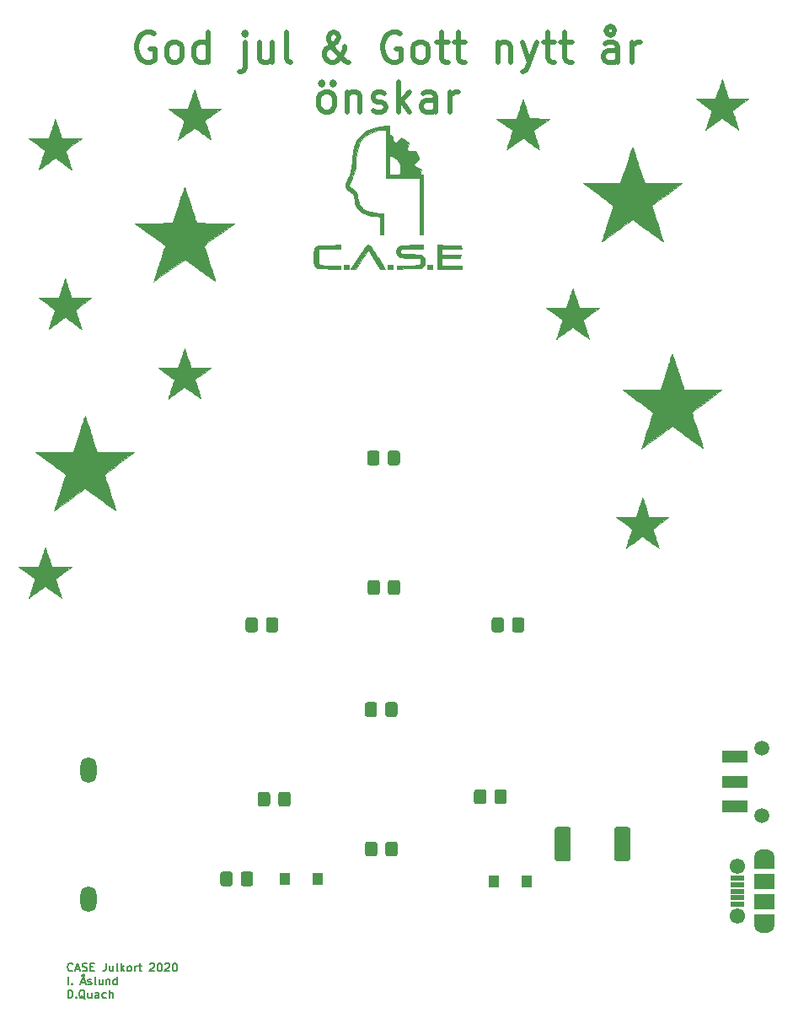
<source format=gts>
%TF.GenerationSoftware,KiCad,Pcbnew,(5.1.6)-1*%
%TF.CreationDate,2020-12-04T21:40:30+01:00*%
%TF.ProjectId,case_julgran_LED,63617365-5f6a-4756-9c67-72616e5f4c45,rev?*%
%TF.SameCoordinates,Original*%
%TF.FileFunction,Soldermask,Top*%
%TF.FilePolarity,Negative*%
%FSLAX46Y46*%
G04 Gerber Fmt 4.6, Leading zero omitted, Abs format (unit mm)*
G04 Created by KiCad (PCBNEW (5.1.6)-1) date 2020-12-04 21:40:30*
%MOMM*%
%LPD*%
G01*
G04 APERTURE LIST*
%ADD10C,0.150000*%
%ADD11C,0.500000*%
%ADD12C,0.010000*%
%ADD13O,1.624000X2.600000*%
%ADD14R,2.000000X1.600000*%
%ADD15C,1.550000*%
%ADD16R,1.450000X0.500000*%
%ADD17O,2.000000X1.300000*%
%ADD18R,2.000000X1.300000*%
%ADD19R,1.000000X1.300000*%
%ADD20R,2.600000X1.300000*%
%ADD21C,1.500000*%
G04 APERTURE END LIST*
D10*
X42745119Y-122935714D02*
X42707023Y-122973809D01*
X42592738Y-123011904D01*
X42516547Y-123011904D01*
X42402261Y-122973809D01*
X42326071Y-122897619D01*
X42287976Y-122821428D01*
X42249880Y-122669047D01*
X42249880Y-122554761D01*
X42287976Y-122402380D01*
X42326071Y-122326190D01*
X42402261Y-122250000D01*
X42516547Y-122211904D01*
X42592738Y-122211904D01*
X42707023Y-122250000D01*
X42745119Y-122288095D01*
X43049880Y-122783333D02*
X43430833Y-122783333D01*
X42973690Y-123011904D02*
X43240357Y-122211904D01*
X43507023Y-123011904D01*
X43735595Y-122973809D02*
X43849880Y-123011904D01*
X44040357Y-123011904D01*
X44116547Y-122973809D01*
X44154642Y-122935714D01*
X44192738Y-122859523D01*
X44192738Y-122783333D01*
X44154642Y-122707142D01*
X44116547Y-122669047D01*
X44040357Y-122630952D01*
X43887976Y-122592857D01*
X43811785Y-122554761D01*
X43773690Y-122516666D01*
X43735595Y-122440476D01*
X43735595Y-122364285D01*
X43773690Y-122288095D01*
X43811785Y-122250000D01*
X43887976Y-122211904D01*
X44078452Y-122211904D01*
X44192738Y-122250000D01*
X44535595Y-122592857D02*
X44802261Y-122592857D01*
X44916547Y-123011904D02*
X44535595Y-123011904D01*
X44535595Y-122211904D01*
X44916547Y-122211904D01*
X46097500Y-122211904D02*
X46097500Y-122783333D01*
X46059404Y-122897619D01*
X45983214Y-122973809D01*
X45868928Y-123011904D01*
X45792738Y-123011904D01*
X46821309Y-122478571D02*
X46821309Y-123011904D01*
X46478452Y-122478571D02*
X46478452Y-122897619D01*
X46516547Y-122973809D01*
X46592738Y-123011904D01*
X46707023Y-123011904D01*
X46783214Y-122973809D01*
X46821309Y-122935714D01*
X47316547Y-123011904D02*
X47240357Y-122973809D01*
X47202261Y-122897619D01*
X47202261Y-122211904D01*
X47621309Y-123011904D02*
X47621309Y-122211904D01*
X47697500Y-122707142D02*
X47926071Y-123011904D01*
X47926071Y-122478571D02*
X47621309Y-122783333D01*
X48383214Y-123011904D02*
X48307023Y-122973809D01*
X48268928Y-122935714D01*
X48230833Y-122859523D01*
X48230833Y-122630952D01*
X48268928Y-122554761D01*
X48307023Y-122516666D01*
X48383214Y-122478571D01*
X48497500Y-122478571D01*
X48573690Y-122516666D01*
X48611785Y-122554761D01*
X48649880Y-122630952D01*
X48649880Y-122859523D01*
X48611785Y-122935714D01*
X48573690Y-122973809D01*
X48497500Y-123011904D01*
X48383214Y-123011904D01*
X48992738Y-123011904D02*
X48992738Y-122478571D01*
X48992738Y-122630952D02*
X49030833Y-122554761D01*
X49068928Y-122516666D01*
X49145119Y-122478571D01*
X49221309Y-122478571D01*
X49373690Y-122478571D02*
X49678452Y-122478571D01*
X49487976Y-122211904D02*
X49487976Y-122897619D01*
X49526071Y-122973809D01*
X49602261Y-123011904D01*
X49678452Y-123011904D01*
X50516547Y-122288095D02*
X50554642Y-122250000D01*
X50630833Y-122211904D01*
X50821309Y-122211904D01*
X50897500Y-122250000D01*
X50935595Y-122288095D01*
X50973690Y-122364285D01*
X50973690Y-122440476D01*
X50935595Y-122554761D01*
X50478452Y-123011904D01*
X50973690Y-123011904D01*
X51468928Y-122211904D02*
X51545119Y-122211904D01*
X51621309Y-122250000D01*
X51659404Y-122288095D01*
X51697500Y-122364285D01*
X51735595Y-122516666D01*
X51735595Y-122707142D01*
X51697500Y-122859523D01*
X51659404Y-122935714D01*
X51621309Y-122973809D01*
X51545119Y-123011904D01*
X51468928Y-123011904D01*
X51392738Y-122973809D01*
X51354642Y-122935714D01*
X51316547Y-122859523D01*
X51278452Y-122707142D01*
X51278452Y-122516666D01*
X51316547Y-122364285D01*
X51354642Y-122288095D01*
X51392738Y-122250000D01*
X51468928Y-122211904D01*
X52040357Y-122288095D02*
X52078452Y-122250000D01*
X52154642Y-122211904D01*
X52345119Y-122211904D01*
X52421309Y-122250000D01*
X52459404Y-122288095D01*
X52497500Y-122364285D01*
X52497500Y-122440476D01*
X52459404Y-122554761D01*
X52002261Y-123011904D01*
X52497500Y-123011904D01*
X52992738Y-122211904D02*
X53068928Y-122211904D01*
X53145119Y-122250000D01*
X53183214Y-122288095D01*
X53221309Y-122364285D01*
X53259404Y-122516666D01*
X53259404Y-122707142D01*
X53221309Y-122859523D01*
X53183214Y-122935714D01*
X53145119Y-122973809D01*
X53068928Y-123011904D01*
X52992738Y-123011904D01*
X52916547Y-122973809D01*
X52878452Y-122935714D01*
X52840357Y-122859523D01*
X52802261Y-122707142D01*
X52802261Y-122516666D01*
X52840357Y-122364285D01*
X52878452Y-122288095D01*
X52916547Y-122250000D01*
X52992738Y-122211904D01*
X42287976Y-124361904D02*
X42287976Y-123561904D01*
X42668928Y-124285714D02*
X42707023Y-124323809D01*
X42668928Y-124361904D01*
X42630833Y-124323809D01*
X42668928Y-124285714D01*
X42668928Y-124361904D01*
X43621309Y-124133333D02*
X44002261Y-124133333D01*
X43545119Y-124361904D02*
X43811785Y-123561904D01*
X44078452Y-124361904D01*
X43811785Y-123561904D02*
X43735595Y-123523809D01*
X43697500Y-123447619D01*
X43735595Y-123371428D01*
X43811785Y-123333333D01*
X43887976Y-123371428D01*
X43926071Y-123447619D01*
X43887976Y-123523809D01*
X43811785Y-123561904D01*
X44307023Y-124323809D02*
X44383214Y-124361904D01*
X44535595Y-124361904D01*
X44611785Y-124323809D01*
X44649880Y-124247619D01*
X44649880Y-124209523D01*
X44611785Y-124133333D01*
X44535595Y-124095238D01*
X44421309Y-124095238D01*
X44345119Y-124057142D01*
X44307023Y-123980952D01*
X44307023Y-123942857D01*
X44345119Y-123866666D01*
X44421309Y-123828571D01*
X44535595Y-123828571D01*
X44611785Y-123866666D01*
X45107023Y-124361904D02*
X45030833Y-124323809D01*
X44992738Y-124247619D01*
X44992738Y-123561904D01*
X45754642Y-123828571D02*
X45754642Y-124361904D01*
X45411785Y-123828571D02*
X45411785Y-124247619D01*
X45449880Y-124323809D01*
X45526071Y-124361904D01*
X45640357Y-124361904D01*
X45716547Y-124323809D01*
X45754642Y-124285714D01*
X46135595Y-123828571D02*
X46135595Y-124361904D01*
X46135595Y-123904761D02*
X46173690Y-123866666D01*
X46249880Y-123828571D01*
X46364166Y-123828571D01*
X46440357Y-123866666D01*
X46478452Y-123942857D01*
X46478452Y-124361904D01*
X47202261Y-124361904D02*
X47202261Y-123561904D01*
X47202261Y-124323809D02*
X47126071Y-124361904D01*
X46973690Y-124361904D01*
X46897500Y-124323809D01*
X46859404Y-124285714D01*
X46821309Y-124209523D01*
X46821309Y-123980952D01*
X46859404Y-123904761D01*
X46897500Y-123866666D01*
X46973690Y-123828571D01*
X47126071Y-123828571D01*
X47202261Y-123866666D01*
X42287976Y-125711904D02*
X42287976Y-124911904D01*
X42478452Y-124911904D01*
X42592738Y-124950000D01*
X42668928Y-125026190D01*
X42707023Y-125102380D01*
X42745119Y-125254761D01*
X42745119Y-125369047D01*
X42707023Y-125521428D01*
X42668928Y-125597619D01*
X42592738Y-125673809D01*
X42478452Y-125711904D01*
X42287976Y-125711904D01*
X43087976Y-125635714D02*
X43126071Y-125673809D01*
X43087976Y-125711904D01*
X43049880Y-125673809D01*
X43087976Y-125635714D01*
X43087976Y-125711904D01*
X44002261Y-125788095D02*
X43926071Y-125750000D01*
X43849880Y-125673809D01*
X43735595Y-125559523D01*
X43659404Y-125521428D01*
X43583214Y-125521428D01*
X43621309Y-125711904D02*
X43545119Y-125673809D01*
X43468928Y-125597619D01*
X43430833Y-125445238D01*
X43430833Y-125178571D01*
X43468928Y-125026190D01*
X43545119Y-124950000D01*
X43621309Y-124911904D01*
X43773690Y-124911904D01*
X43849880Y-124950000D01*
X43926071Y-125026190D01*
X43964166Y-125178571D01*
X43964166Y-125445238D01*
X43926071Y-125597619D01*
X43849880Y-125673809D01*
X43773690Y-125711904D01*
X43621309Y-125711904D01*
X44649880Y-125178571D02*
X44649880Y-125711904D01*
X44307023Y-125178571D02*
X44307023Y-125597619D01*
X44345119Y-125673809D01*
X44421309Y-125711904D01*
X44535595Y-125711904D01*
X44611785Y-125673809D01*
X44649880Y-125635714D01*
X45373690Y-125711904D02*
X45373690Y-125292857D01*
X45335595Y-125216666D01*
X45259404Y-125178571D01*
X45107023Y-125178571D01*
X45030833Y-125216666D01*
X45373690Y-125673809D02*
X45297500Y-125711904D01*
X45107023Y-125711904D01*
X45030833Y-125673809D01*
X44992738Y-125597619D01*
X44992738Y-125521428D01*
X45030833Y-125445238D01*
X45107023Y-125407142D01*
X45297500Y-125407142D01*
X45373690Y-125369047D01*
X46097500Y-125673809D02*
X46021309Y-125711904D01*
X45868928Y-125711904D01*
X45792738Y-125673809D01*
X45754642Y-125635714D01*
X45716547Y-125559523D01*
X45716547Y-125330952D01*
X45754642Y-125254761D01*
X45792738Y-125216666D01*
X45868928Y-125178571D01*
X46021309Y-125178571D01*
X46097500Y-125216666D01*
X46440357Y-125711904D02*
X46440357Y-124911904D01*
X46783214Y-125711904D02*
X46783214Y-125292857D01*
X46745119Y-125216666D01*
X46668928Y-125178571D01*
X46554642Y-125178571D01*
X46478452Y-125216666D01*
X46440357Y-125254761D01*
D11*
X50928571Y-28900000D02*
X50642857Y-28757142D01*
X50214285Y-28757142D01*
X49785714Y-28900000D01*
X49499999Y-29185714D01*
X49357142Y-29471428D01*
X49214285Y-30042857D01*
X49214285Y-30471428D01*
X49357142Y-31042857D01*
X49499999Y-31328571D01*
X49785714Y-31614285D01*
X50214285Y-31757142D01*
X50499999Y-31757142D01*
X50928571Y-31614285D01*
X51071428Y-31471428D01*
X51071428Y-30471428D01*
X50499999Y-30471428D01*
X52785714Y-31757142D02*
X52499999Y-31614285D01*
X52357142Y-31471428D01*
X52214285Y-31185714D01*
X52214285Y-30328571D01*
X52357142Y-30042857D01*
X52499999Y-29900000D01*
X52785714Y-29757142D01*
X53214285Y-29757142D01*
X53499999Y-29900000D01*
X53642857Y-30042857D01*
X53785714Y-30328571D01*
X53785714Y-31185714D01*
X53642857Y-31471428D01*
X53499999Y-31614285D01*
X53214285Y-31757142D01*
X52785714Y-31757142D01*
X56357142Y-31757142D02*
X56357142Y-28757142D01*
X56357142Y-31614285D02*
X56071428Y-31757142D01*
X55499999Y-31757142D01*
X55214285Y-31614285D01*
X55071428Y-31471428D01*
X54928571Y-31185714D01*
X54928571Y-30328571D01*
X55071428Y-30042857D01*
X55214285Y-29900000D01*
X55499999Y-29757142D01*
X56071428Y-29757142D01*
X56357142Y-29900000D01*
X60071428Y-29757142D02*
X60071428Y-32328571D01*
X59928571Y-32614285D01*
X59642857Y-32757142D01*
X59499999Y-32757142D01*
X60071428Y-28757142D02*
X59928571Y-28900000D01*
X60071428Y-29042857D01*
X60214285Y-28900000D01*
X60071428Y-28757142D01*
X60071428Y-29042857D01*
X62785714Y-29757142D02*
X62785714Y-31757142D01*
X61499999Y-29757142D02*
X61499999Y-31328571D01*
X61642857Y-31614285D01*
X61928571Y-31757142D01*
X62357142Y-31757142D01*
X62642857Y-31614285D01*
X62785714Y-31471428D01*
X64642857Y-31757142D02*
X64357142Y-31614285D01*
X64214285Y-31328571D01*
X64214285Y-28757142D01*
X70500000Y-31757142D02*
X70357142Y-31757142D01*
X70071428Y-31614285D01*
X69642857Y-31185714D01*
X68928571Y-30328571D01*
X68642857Y-29900000D01*
X68500000Y-29471428D01*
X68500000Y-29185714D01*
X68642857Y-28900000D01*
X68928571Y-28757142D01*
X69071428Y-28757142D01*
X69357142Y-28900000D01*
X69500000Y-29185714D01*
X69500000Y-29328571D01*
X69357142Y-29614285D01*
X69214285Y-29757142D01*
X68357142Y-30328571D01*
X68214285Y-30471428D01*
X68071428Y-30757142D01*
X68071428Y-31185714D01*
X68214285Y-31471428D01*
X68357142Y-31614285D01*
X68642857Y-31757142D01*
X69071428Y-31757142D01*
X69357142Y-31614285D01*
X69500000Y-31471428D01*
X69928571Y-30900000D01*
X70071428Y-30471428D01*
X70071428Y-30185714D01*
X75642857Y-28900000D02*
X75357142Y-28757142D01*
X74928571Y-28757142D01*
X74500000Y-28900000D01*
X74214285Y-29185714D01*
X74071428Y-29471428D01*
X73928571Y-30042857D01*
X73928571Y-30471428D01*
X74071428Y-31042857D01*
X74214285Y-31328571D01*
X74500000Y-31614285D01*
X74928571Y-31757142D01*
X75214285Y-31757142D01*
X75642857Y-31614285D01*
X75785714Y-31471428D01*
X75785714Y-30471428D01*
X75214285Y-30471428D01*
X77500000Y-31757142D02*
X77214285Y-31614285D01*
X77071428Y-31471428D01*
X76928571Y-31185714D01*
X76928571Y-30328571D01*
X77071428Y-30042857D01*
X77214285Y-29900000D01*
X77500000Y-29757142D01*
X77928571Y-29757142D01*
X78214285Y-29900000D01*
X78357142Y-30042857D01*
X78500000Y-30328571D01*
X78500000Y-31185714D01*
X78357142Y-31471428D01*
X78214285Y-31614285D01*
X77928571Y-31757142D01*
X77500000Y-31757142D01*
X79357142Y-29757142D02*
X80500000Y-29757142D01*
X79785714Y-28757142D02*
X79785714Y-31328571D01*
X79928571Y-31614285D01*
X80214285Y-31757142D01*
X80500000Y-31757142D01*
X81071428Y-29757142D02*
X82214285Y-29757142D01*
X81499999Y-28757142D02*
X81499999Y-31328571D01*
X81642857Y-31614285D01*
X81928571Y-31757142D01*
X82214285Y-31757142D01*
X85500000Y-29757142D02*
X85500000Y-31757142D01*
X85500000Y-30042857D02*
X85642857Y-29900000D01*
X85928571Y-29757142D01*
X86357142Y-29757142D01*
X86642857Y-29900000D01*
X86785714Y-30185714D01*
X86785714Y-31757142D01*
X87928571Y-29757142D02*
X88642857Y-31757142D01*
X89357142Y-29757142D02*
X88642857Y-31757142D01*
X88357142Y-32471428D01*
X88214285Y-32614285D01*
X87928571Y-32757142D01*
X90071428Y-29757142D02*
X91214285Y-29757142D01*
X90500000Y-28757142D02*
X90500000Y-31328571D01*
X90642857Y-31614285D01*
X90928571Y-31757142D01*
X91214285Y-31757142D01*
X91785714Y-29757142D02*
X92928571Y-29757142D01*
X92214285Y-28757142D02*
X92214285Y-31328571D01*
X92357142Y-31614285D01*
X92642857Y-31757142D01*
X92928571Y-31757142D01*
X97500000Y-31757142D02*
X97500000Y-30185714D01*
X97357142Y-29900000D01*
X97071428Y-29757142D01*
X96500000Y-29757142D01*
X96214285Y-29900000D01*
X97500000Y-31614285D02*
X97214285Y-31757142D01*
X96500000Y-31757142D01*
X96214285Y-31614285D01*
X96071428Y-31328571D01*
X96071428Y-31042857D01*
X96214285Y-30757142D01*
X96500000Y-30614285D01*
X97214285Y-30614285D01*
X97500000Y-30471428D01*
X96785714Y-29042857D02*
X96500000Y-28900000D01*
X96357142Y-28614285D01*
X96500000Y-28328571D01*
X96785714Y-28185714D01*
X97071428Y-28328571D01*
X97214285Y-28614285D01*
X97071428Y-28900000D01*
X96785714Y-29042857D01*
X98928571Y-31757142D02*
X98928571Y-29757142D01*
X98928571Y-30328571D02*
X99071428Y-30042857D01*
X99214285Y-29900000D01*
X99500000Y-29757142D01*
X99785714Y-29757142D01*
X68071428Y-36757142D02*
X67785714Y-36614285D01*
X67642857Y-36471428D01*
X67500000Y-36185714D01*
X67500000Y-35328571D01*
X67642857Y-35042857D01*
X67785714Y-34900000D01*
X68071428Y-34757142D01*
X68500000Y-34757142D01*
X68785714Y-34900000D01*
X68928571Y-35042857D01*
X69071428Y-35328571D01*
X69071428Y-36185714D01*
X68928571Y-36471428D01*
X68785714Y-36614285D01*
X68500000Y-36757142D01*
X68071428Y-36757142D01*
X67785714Y-33757142D02*
X67928571Y-33900000D01*
X67785714Y-34042857D01*
X67642857Y-33900000D01*
X67785714Y-33757142D01*
X67785714Y-34042857D01*
X68928571Y-33757142D02*
X69071428Y-33900000D01*
X68928571Y-34042857D01*
X68785714Y-33900000D01*
X68928571Y-33757142D01*
X68928571Y-34042857D01*
X70357142Y-34757142D02*
X70357142Y-36757142D01*
X70357142Y-35042857D02*
X70500000Y-34900000D01*
X70785714Y-34757142D01*
X71214285Y-34757142D01*
X71500000Y-34900000D01*
X71642857Y-35185714D01*
X71642857Y-36757142D01*
X72928571Y-36614285D02*
X73214285Y-36757142D01*
X73785714Y-36757142D01*
X74071428Y-36614285D01*
X74214285Y-36328571D01*
X74214285Y-36185714D01*
X74071428Y-35900000D01*
X73785714Y-35757142D01*
X73357142Y-35757142D01*
X73071428Y-35614285D01*
X72928571Y-35328571D01*
X72928571Y-35185714D01*
X73071428Y-34900000D01*
X73357142Y-34757142D01*
X73785714Y-34757142D01*
X74071428Y-34900000D01*
X75500000Y-36757142D02*
X75500000Y-33757142D01*
X75785714Y-35614285D02*
X76642857Y-36757142D01*
X76642857Y-34757142D02*
X75500000Y-35900000D01*
X79214285Y-36757142D02*
X79214285Y-35185714D01*
X79071428Y-34900000D01*
X78785714Y-34757142D01*
X78214285Y-34757142D01*
X77928571Y-34900000D01*
X79214285Y-36614285D02*
X78928571Y-36757142D01*
X78214285Y-36757142D01*
X77928571Y-36614285D01*
X77785714Y-36328571D01*
X77785714Y-36042857D01*
X77928571Y-35757142D01*
X78214285Y-35614285D01*
X78928571Y-35614285D01*
X79214285Y-35471428D01*
X80642857Y-36757142D02*
X80642857Y-34757142D01*
X80642857Y-35328571D02*
X80785714Y-35042857D01*
X80928571Y-34900000D01*
X81214285Y-34757142D01*
X81500000Y-34757142D01*
D12*
%TO.C,G\u002A\u002A\u002A*%
G36*
X40010367Y-80527944D02*
G01*
X40032380Y-80588365D01*
X40065308Y-80683495D01*
X40107589Y-80808692D01*
X40157661Y-80959313D01*
X40213959Y-81130714D01*
X40274921Y-81318254D01*
X40297897Y-81389409D01*
X40361184Y-81585253D01*
X40421111Y-81769749D01*
X40475973Y-81937713D01*
X40524063Y-82083962D01*
X40563675Y-82203311D01*
X40593101Y-82290576D01*
X40610636Y-82340574D01*
X40613283Y-82347435D01*
X40643983Y-82422234D01*
X42634885Y-82434272D01*
X41824971Y-83022526D01*
X41614426Y-83176060D01*
X41439750Y-83304843D01*
X41298888Y-83410483D01*
X41189788Y-83494589D01*
X41110396Y-83558766D01*
X41058660Y-83604623D01*
X41032525Y-83633766D01*
X41028611Y-83645980D01*
X41043907Y-83689137D01*
X41070454Y-83767780D01*
X41106482Y-83876421D01*
X41150222Y-84009574D01*
X41199905Y-84161749D01*
X41253760Y-84327460D01*
X41310019Y-84501219D01*
X41366913Y-84677537D01*
X41422672Y-84850928D01*
X41475526Y-85015903D01*
X41523706Y-85166975D01*
X41565443Y-85298656D01*
X41598968Y-85405458D01*
X41622511Y-85481894D01*
X41634303Y-85522476D01*
X41635288Y-85527599D01*
X41615700Y-85515758D01*
X41562697Y-85479383D01*
X41480121Y-85421222D01*
X41371818Y-85344021D01*
X41241633Y-85250530D01*
X41093411Y-85143495D01*
X40930996Y-85025666D01*
X40824430Y-84948083D01*
X40654612Y-84824605D01*
X40496140Y-84709984D01*
X40352930Y-84607008D01*
X40228902Y-84518468D01*
X40127973Y-84447152D01*
X40054062Y-84395852D01*
X40011087Y-84367356D01*
X40001733Y-84362363D01*
X39980902Y-84375378D01*
X39927400Y-84412174D01*
X39845913Y-84469381D01*
X39741125Y-84543628D01*
X39617724Y-84631544D01*
X39480393Y-84729759D01*
X39333820Y-84834902D01*
X39182688Y-84943602D01*
X39031685Y-85052488D01*
X38885495Y-85158189D01*
X38748804Y-85257336D01*
X38626297Y-85346556D01*
X38522660Y-85422480D01*
X38442579Y-85481736D01*
X38390739Y-85520953D01*
X38385086Y-85525375D01*
X38361357Y-85539136D01*
X38364369Y-85517536D01*
X38364598Y-85516909D01*
X38374247Y-85488069D01*
X38396532Y-85420084D01*
X38429894Y-85317752D01*
X38472772Y-85185875D01*
X38523606Y-85029252D01*
X38580837Y-84852683D01*
X38642905Y-84660968D01*
X38672273Y-84570181D01*
X38735853Y-84373675D01*
X38795155Y-84190558D01*
X38848645Y-84025557D01*
X38894788Y-83883399D01*
X38932048Y-83768812D01*
X38958892Y-83686522D01*
X38973784Y-83641256D01*
X38976207Y-83634146D01*
X38960007Y-83615997D01*
X38910050Y-83573802D01*
X38830104Y-83510438D01*
X38723933Y-83428784D01*
X38595305Y-83331715D01*
X38447987Y-83222108D01*
X38285743Y-83102840D01*
X38175085Y-83022237D01*
X37365005Y-82434272D01*
X38366962Y-82428260D01*
X39368918Y-82422247D01*
X39547763Y-81874078D01*
X39607051Y-81691997D01*
X39670730Y-81495810D01*
X39734441Y-81298992D01*
X39793823Y-81115019D01*
X39844517Y-80957365D01*
X39857531Y-80916740D01*
X39899384Y-80787879D01*
X39937037Y-80675601D01*
X39968092Y-80586768D01*
X39990149Y-80528240D01*
X40000809Y-80506878D01*
X40000833Y-80506876D01*
X40010367Y-80527944D01*
G37*
X40010367Y-80527944D02*
X40032380Y-80588365D01*
X40065308Y-80683495D01*
X40107589Y-80808692D01*
X40157661Y-80959313D01*
X40213959Y-81130714D01*
X40274921Y-81318254D01*
X40297897Y-81389409D01*
X40361184Y-81585253D01*
X40421111Y-81769749D01*
X40475973Y-81937713D01*
X40524063Y-82083962D01*
X40563675Y-82203311D01*
X40593101Y-82290576D01*
X40610636Y-82340574D01*
X40613283Y-82347435D01*
X40643983Y-82422234D01*
X42634885Y-82434272D01*
X41824971Y-83022526D01*
X41614426Y-83176060D01*
X41439750Y-83304843D01*
X41298888Y-83410483D01*
X41189788Y-83494589D01*
X41110396Y-83558766D01*
X41058660Y-83604623D01*
X41032525Y-83633766D01*
X41028611Y-83645980D01*
X41043907Y-83689137D01*
X41070454Y-83767780D01*
X41106482Y-83876421D01*
X41150222Y-84009574D01*
X41199905Y-84161749D01*
X41253760Y-84327460D01*
X41310019Y-84501219D01*
X41366913Y-84677537D01*
X41422672Y-84850928D01*
X41475526Y-85015903D01*
X41523706Y-85166975D01*
X41565443Y-85298656D01*
X41598968Y-85405458D01*
X41622511Y-85481894D01*
X41634303Y-85522476D01*
X41635288Y-85527599D01*
X41615700Y-85515758D01*
X41562697Y-85479383D01*
X41480121Y-85421222D01*
X41371818Y-85344021D01*
X41241633Y-85250530D01*
X41093411Y-85143495D01*
X40930996Y-85025666D01*
X40824430Y-84948083D01*
X40654612Y-84824605D01*
X40496140Y-84709984D01*
X40352930Y-84607008D01*
X40228902Y-84518468D01*
X40127973Y-84447152D01*
X40054062Y-84395852D01*
X40011087Y-84367356D01*
X40001733Y-84362363D01*
X39980902Y-84375378D01*
X39927400Y-84412174D01*
X39845913Y-84469381D01*
X39741125Y-84543628D01*
X39617724Y-84631544D01*
X39480393Y-84729759D01*
X39333820Y-84834902D01*
X39182688Y-84943602D01*
X39031685Y-85052488D01*
X38885495Y-85158189D01*
X38748804Y-85257336D01*
X38626297Y-85346556D01*
X38522660Y-85422480D01*
X38442579Y-85481736D01*
X38390739Y-85520953D01*
X38385086Y-85525375D01*
X38361357Y-85539136D01*
X38364369Y-85517536D01*
X38364598Y-85516909D01*
X38374247Y-85488069D01*
X38396532Y-85420084D01*
X38429894Y-85317752D01*
X38472772Y-85185875D01*
X38523606Y-85029252D01*
X38580837Y-84852683D01*
X38642905Y-84660968D01*
X38672273Y-84570181D01*
X38735853Y-84373675D01*
X38795155Y-84190558D01*
X38848645Y-84025557D01*
X38894788Y-83883399D01*
X38932048Y-83768812D01*
X38958892Y-83686522D01*
X38973784Y-83641256D01*
X38976207Y-83634146D01*
X38960007Y-83615997D01*
X38910050Y-83573802D01*
X38830104Y-83510438D01*
X38723933Y-83428784D01*
X38595305Y-83331715D01*
X38447987Y-83222108D01*
X38285743Y-83102840D01*
X38175085Y-83022237D01*
X37365005Y-82434272D01*
X38366962Y-82428260D01*
X39368918Y-82422247D01*
X39547763Y-81874078D01*
X39607051Y-81691997D01*
X39670730Y-81495810D01*
X39734441Y-81298992D01*
X39793823Y-81115019D01*
X39844517Y-80957365D01*
X39857531Y-80916740D01*
X39899384Y-80787879D01*
X39937037Y-80675601D01*
X39968092Y-80586768D01*
X39990149Y-80528240D01*
X40000809Y-80506878D01*
X40000833Y-80506876D01*
X40010367Y-80527944D01*
G36*
X100010367Y-75527944D02*
G01*
X100032380Y-75588365D01*
X100065308Y-75683495D01*
X100107589Y-75808692D01*
X100157661Y-75959313D01*
X100213959Y-76130714D01*
X100274921Y-76318254D01*
X100297897Y-76389409D01*
X100361184Y-76585253D01*
X100421111Y-76769749D01*
X100475973Y-76937713D01*
X100524063Y-77083962D01*
X100563675Y-77203311D01*
X100593101Y-77290576D01*
X100610636Y-77340574D01*
X100613283Y-77347435D01*
X100643983Y-77422234D01*
X102634885Y-77434272D01*
X101824971Y-78022526D01*
X101614426Y-78176060D01*
X101439750Y-78304843D01*
X101298888Y-78410483D01*
X101189788Y-78494589D01*
X101110396Y-78558766D01*
X101058660Y-78604623D01*
X101032525Y-78633766D01*
X101028611Y-78645980D01*
X101043907Y-78689137D01*
X101070454Y-78767780D01*
X101106482Y-78876421D01*
X101150222Y-79009574D01*
X101199905Y-79161749D01*
X101253760Y-79327460D01*
X101310019Y-79501219D01*
X101366913Y-79677537D01*
X101422672Y-79850928D01*
X101475526Y-80015903D01*
X101523706Y-80166975D01*
X101565443Y-80298656D01*
X101598968Y-80405458D01*
X101622511Y-80481894D01*
X101634303Y-80522476D01*
X101635288Y-80527599D01*
X101615700Y-80515758D01*
X101562697Y-80479383D01*
X101480121Y-80421222D01*
X101371818Y-80344021D01*
X101241633Y-80250530D01*
X101093411Y-80143495D01*
X100930996Y-80025666D01*
X100824430Y-79948083D01*
X100654612Y-79824605D01*
X100496140Y-79709984D01*
X100352930Y-79607008D01*
X100228902Y-79518468D01*
X100127973Y-79447152D01*
X100054062Y-79395852D01*
X100011087Y-79367356D01*
X100001733Y-79362363D01*
X99980902Y-79375378D01*
X99927400Y-79412174D01*
X99845913Y-79469381D01*
X99741125Y-79543628D01*
X99617724Y-79631544D01*
X99480393Y-79729759D01*
X99333820Y-79834902D01*
X99182688Y-79943602D01*
X99031685Y-80052488D01*
X98885495Y-80158189D01*
X98748804Y-80257336D01*
X98626297Y-80346556D01*
X98522660Y-80422480D01*
X98442579Y-80481736D01*
X98390739Y-80520953D01*
X98385086Y-80525375D01*
X98361357Y-80539136D01*
X98364369Y-80517536D01*
X98364598Y-80516909D01*
X98374247Y-80488069D01*
X98396532Y-80420084D01*
X98429894Y-80317752D01*
X98472772Y-80185875D01*
X98523606Y-80029252D01*
X98580837Y-79852683D01*
X98642905Y-79660968D01*
X98672273Y-79570181D01*
X98735853Y-79373675D01*
X98795155Y-79190558D01*
X98848645Y-79025557D01*
X98894788Y-78883399D01*
X98932048Y-78768812D01*
X98958892Y-78686522D01*
X98973784Y-78641256D01*
X98976207Y-78634146D01*
X98960007Y-78615997D01*
X98910050Y-78573802D01*
X98830104Y-78510438D01*
X98723933Y-78428784D01*
X98595305Y-78331715D01*
X98447987Y-78222108D01*
X98285743Y-78102840D01*
X98175085Y-78022237D01*
X97365005Y-77434272D01*
X98366962Y-77428260D01*
X99368918Y-77422247D01*
X99547763Y-76874078D01*
X99607051Y-76691997D01*
X99670730Y-76495810D01*
X99734441Y-76298992D01*
X99793823Y-76115019D01*
X99844517Y-75957365D01*
X99857531Y-75916740D01*
X99899384Y-75787879D01*
X99937037Y-75675601D01*
X99968092Y-75586768D01*
X99990149Y-75528240D01*
X100000809Y-75506878D01*
X100000833Y-75506876D01*
X100010367Y-75527944D01*
G37*
X100010367Y-75527944D02*
X100032380Y-75588365D01*
X100065308Y-75683495D01*
X100107589Y-75808692D01*
X100157661Y-75959313D01*
X100213959Y-76130714D01*
X100274921Y-76318254D01*
X100297897Y-76389409D01*
X100361184Y-76585253D01*
X100421111Y-76769749D01*
X100475973Y-76937713D01*
X100524063Y-77083962D01*
X100563675Y-77203311D01*
X100593101Y-77290576D01*
X100610636Y-77340574D01*
X100613283Y-77347435D01*
X100643983Y-77422234D01*
X102634885Y-77434272D01*
X101824971Y-78022526D01*
X101614426Y-78176060D01*
X101439750Y-78304843D01*
X101298888Y-78410483D01*
X101189788Y-78494589D01*
X101110396Y-78558766D01*
X101058660Y-78604623D01*
X101032525Y-78633766D01*
X101028611Y-78645980D01*
X101043907Y-78689137D01*
X101070454Y-78767780D01*
X101106482Y-78876421D01*
X101150222Y-79009574D01*
X101199905Y-79161749D01*
X101253760Y-79327460D01*
X101310019Y-79501219D01*
X101366913Y-79677537D01*
X101422672Y-79850928D01*
X101475526Y-80015903D01*
X101523706Y-80166975D01*
X101565443Y-80298656D01*
X101598968Y-80405458D01*
X101622511Y-80481894D01*
X101634303Y-80522476D01*
X101635288Y-80527599D01*
X101615700Y-80515758D01*
X101562697Y-80479383D01*
X101480121Y-80421222D01*
X101371818Y-80344021D01*
X101241633Y-80250530D01*
X101093411Y-80143495D01*
X100930996Y-80025666D01*
X100824430Y-79948083D01*
X100654612Y-79824605D01*
X100496140Y-79709984D01*
X100352930Y-79607008D01*
X100228902Y-79518468D01*
X100127973Y-79447152D01*
X100054062Y-79395852D01*
X100011087Y-79367356D01*
X100001733Y-79362363D01*
X99980902Y-79375378D01*
X99927400Y-79412174D01*
X99845913Y-79469381D01*
X99741125Y-79543628D01*
X99617724Y-79631544D01*
X99480393Y-79729759D01*
X99333820Y-79834902D01*
X99182688Y-79943602D01*
X99031685Y-80052488D01*
X98885495Y-80158189D01*
X98748804Y-80257336D01*
X98626297Y-80346556D01*
X98522660Y-80422480D01*
X98442579Y-80481736D01*
X98390739Y-80520953D01*
X98385086Y-80525375D01*
X98361357Y-80539136D01*
X98364369Y-80517536D01*
X98364598Y-80516909D01*
X98374247Y-80488069D01*
X98396532Y-80420084D01*
X98429894Y-80317752D01*
X98472772Y-80185875D01*
X98523606Y-80029252D01*
X98580837Y-79852683D01*
X98642905Y-79660968D01*
X98672273Y-79570181D01*
X98735853Y-79373675D01*
X98795155Y-79190558D01*
X98848645Y-79025557D01*
X98894788Y-78883399D01*
X98932048Y-78768812D01*
X98958892Y-78686522D01*
X98973784Y-78641256D01*
X98976207Y-78634146D01*
X98960007Y-78615997D01*
X98910050Y-78573802D01*
X98830104Y-78510438D01*
X98723933Y-78428784D01*
X98595305Y-78331715D01*
X98447987Y-78222108D01*
X98285743Y-78102840D01*
X98175085Y-78022237D01*
X97365005Y-77434272D01*
X98366962Y-77428260D01*
X99368918Y-77422247D01*
X99547763Y-76874078D01*
X99607051Y-76691997D01*
X99670730Y-76495810D01*
X99734441Y-76298992D01*
X99793823Y-76115019D01*
X99844517Y-75957365D01*
X99857531Y-75916740D01*
X99899384Y-75787879D01*
X99937037Y-75675601D01*
X99968092Y-75586768D01*
X99990149Y-75528240D01*
X100000809Y-75506878D01*
X100000833Y-75506876D01*
X100010367Y-75527944D01*
G36*
X55010367Y-34527944D02*
G01*
X55032380Y-34588365D01*
X55065308Y-34683495D01*
X55107589Y-34808692D01*
X55157661Y-34959313D01*
X55213959Y-35130714D01*
X55274921Y-35318254D01*
X55297897Y-35389409D01*
X55361184Y-35585253D01*
X55421111Y-35769749D01*
X55475973Y-35937713D01*
X55524063Y-36083962D01*
X55563675Y-36203311D01*
X55593101Y-36290576D01*
X55610636Y-36340574D01*
X55613283Y-36347435D01*
X55643983Y-36422234D01*
X57634885Y-36434272D01*
X56824971Y-37022526D01*
X56614426Y-37176060D01*
X56439750Y-37304843D01*
X56298888Y-37410483D01*
X56189788Y-37494589D01*
X56110396Y-37558766D01*
X56058660Y-37604623D01*
X56032525Y-37633766D01*
X56028611Y-37645980D01*
X56043907Y-37689137D01*
X56070454Y-37767780D01*
X56106482Y-37876421D01*
X56150222Y-38009574D01*
X56199905Y-38161749D01*
X56253760Y-38327460D01*
X56310019Y-38501219D01*
X56366913Y-38677537D01*
X56422672Y-38850928D01*
X56475526Y-39015903D01*
X56523706Y-39166975D01*
X56565443Y-39298656D01*
X56598968Y-39405458D01*
X56622511Y-39481894D01*
X56634303Y-39522476D01*
X56635288Y-39527599D01*
X56615700Y-39515758D01*
X56562697Y-39479383D01*
X56480121Y-39421222D01*
X56371818Y-39344021D01*
X56241633Y-39250530D01*
X56093411Y-39143495D01*
X55930996Y-39025666D01*
X55824430Y-38948083D01*
X55654612Y-38824605D01*
X55496140Y-38709984D01*
X55352930Y-38607008D01*
X55228902Y-38518468D01*
X55127973Y-38447152D01*
X55054062Y-38395852D01*
X55011087Y-38367356D01*
X55001733Y-38362363D01*
X54980902Y-38375378D01*
X54927400Y-38412174D01*
X54845913Y-38469381D01*
X54741125Y-38543628D01*
X54617724Y-38631544D01*
X54480393Y-38729759D01*
X54333820Y-38834902D01*
X54182688Y-38943602D01*
X54031685Y-39052488D01*
X53885495Y-39158189D01*
X53748804Y-39257336D01*
X53626297Y-39346556D01*
X53522660Y-39422480D01*
X53442579Y-39481736D01*
X53390739Y-39520953D01*
X53385086Y-39525375D01*
X53361357Y-39539136D01*
X53364369Y-39517536D01*
X53364598Y-39516909D01*
X53374247Y-39488069D01*
X53396532Y-39420084D01*
X53429894Y-39317752D01*
X53472772Y-39185875D01*
X53523606Y-39029252D01*
X53580837Y-38852683D01*
X53642905Y-38660968D01*
X53672273Y-38570181D01*
X53735853Y-38373675D01*
X53795155Y-38190558D01*
X53848645Y-38025557D01*
X53894788Y-37883399D01*
X53932048Y-37768812D01*
X53958892Y-37686522D01*
X53973784Y-37641256D01*
X53976207Y-37634146D01*
X53960007Y-37615997D01*
X53910050Y-37573802D01*
X53830104Y-37510438D01*
X53723933Y-37428784D01*
X53595305Y-37331715D01*
X53447987Y-37222108D01*
X53285743Y-37102840D01*
X53175085Y-37022237D01*
X52365005Y-36434272D01*
X53366962Y-36428260D01*
X54368918Y-36422247D01*
X54547763Y-35874078D01*
X54607051Y-35691997D01*
X54670730Y-35495810D01*
X54734441Y-35298992D01*
X54793823Y-35115019D01*
X54844517Y-34957365D01*
X54857531Y-34916740D01*
X54899384Y-34787879D01*
X54937037Y-34675601D01*
X54968092Y-34586768D01*
X54990149Y-34528240D01*
X55000809Y-34506878D01*
X55000833Y-34506876D01*
X55010367Y-34527944D01*
G37*
X55010367Y-34527944D02*
X55032380Y-34588365D01*
X55065308Y-34683495D01*
X55107589Y-34808692D01*
X55157661Y-34959313D01*
X55213959Y-35130714D01*
X55274921Y-35318254D01*
X55297897Y-35389409D01*
X55361184Y-35585253D01*
X55421111Y-35769749D01*
X55475973Y-35937713D01*
X55524063Y-36083962D01*
X55563675Y-36203311D01*
X55593101Y-36290576D01*
X55610636Y-36340574D01*
X55613283Y-36347435D01*
X55643983Y-36422234D01*
X57634885Y-36434272D01*
X56824971Y-37022526D01*
X56614426Y-37176060D01*
X56439750Y-37304843D01*
X56298888Y-37410483D01*
X56189788Y-37494589D01*
X56110396Y-37558766D01*
X56058660Y-37604623D01*
X56032525Y-37633766D01*
X56028611Y-37645980D01*
X56043907Y-37689137D01*
X56070454Y-37767780D01*
X56106482Y-37876421D01*
X56150222Y-38009574D01*
X56199905Y-38161749D01*
X56253760Y-38327460D01*
X56310019Y-38501219D01*
X56366913Y-38677537D01*
X56422672Y-38850928D01*
X56475526Y-39015903D01*
X56523706Y-39166975D01*
X56565443Y-39298656D01*
X56598968Y-39405458D01*
X56622511Y-39481894D01*
X56634303Y-39522476D01*
X56635288Y-39527599D01*
X56615700Y-39515758D01*
X56562697Y-39479383D01*
X56480121Y-39421222D01*
X56371818Y-39344021D01*
X56241633Y-39250530D01*
X56093411Y-39143495D01*
X55930996Y-39025666D01*
X55824430Y-38948083D01*
X55654612Y-38824605D01*
X55496140Y-38709984D01*
X55352930Y-38607008D01*
X55228902Y-38518468D01*
X55127973Y-38447152D01*
X55054062Y-38395852D01*
X55011087Y-38367356D01*
X55001733Y-38362363D01*
X54980902Y-38375378D01*
X54927400Y-38412174D01*
X54845913Y-38469381D01*
X54741125Y-38543628D01*
X54617724Y-38631544D01*
X54480393Y-38729759D01*
X54333820Y-38834902D01*
X54182688Y-38943602D01*
X54031685Y-39052488D01*
X53885495Y-39158189D01*
X53748804Y-39257336D01*
X53626297Y-39346556D01*
X53522660Y-39422480D01*
X53442579Y-39481736D01*
X53390739Y-39520953D01*
X53385086Y-39525375D01*
X53361357Y-39539136D01*
X53364369Y-39517536D01*
X53364598Y-39516909D01*
X53374247Y-39488069D01*
X53396532Y-39420084D01*
X53429894Y-39317752D01*
X53472772Y-39185875D01*
X53523606Y-39029252D01*
X53580837Y-38852683D01*
X53642905Y-38660968D01*
X53672273Y-38570181D01*
X53735853Y-38373675D01*
X53795155Y-38190558D01*
X53848645Y-38025557D01*
X53894788Y-37883399D01*
X53932048Y-37768812D01*
X53958892Y-37686522D01*
X53973784Y-37641256D01*
X53976207Y-37634146D01*
X53960007Y-37615997D01*
X53910050Y-37573802D01*
X53830104Y-37510438D01*
X53723933Y-37428784D01*
X53595305Y-37331715D01*
X53447987Y-37222108D01*
X53285743Y-37102840D01*
X53175085Y-37022237D01*
X52365005Y-36434272D01*
X53366962Y-36428260D01*
X54368918Y-36422247D01*
X54547763Y-35874078D01*
X54607051Y-35691997D01*
X54670730Y-35495810D01*
X54734441Y-35298992D01*
X54793823Y-35115019D01*
X54844517Y-34957365D01*
X54857531Y-34916740D01*
X54899384Y-34787879D01*
X54937037Y-34675601D01*
X54968092Y-34586768D01*
X54990149Y-34528240D01*
X55000809Y-34506878D01*
X55000833Y-34506876D01*
X55010367Y-34527944D01*
G36*
X54019527Y-44343731D02*
G01*
X54060990Y-44457538D01*
X54123012Y-44636722D01*
X54202651Y-44872538D01*
X54296963Y-45156241D01*
X54403004Y-45479086D01*
X54517831Y-45832328D01*
X54561107Y-45966353D01*
X54680311Y-46335237D01*
X54793189Y-46682747D01*
X54896525Y-46999118D01*
X54987105Y-47274586D01*
X55061716Y-47499387D01*
X55117142Y-47663757D01*
X55150170Y-47757931D01*
X55155156Y-47770855D01*
X55212982Y-47911744D01*
X57087975Y-47923081D01*
X58962969Y-47934418D01*
X57437445Y-49042429D01*
X57040871Y-49331620D01*
X56711857Y-49574191D01*
X56446535Y-49773172D01*
X56241039Y-49931589D01*
X56091500Y-50052471D01*
X55994050Y-50138845D01*
X55944824Y-50193738D01*
X55937451Y-50216745D01*
X55966263Y-50298033D01*
X56016266Y-50446161D01*
X56084127Y-50650794D01*
X56166514Y-50901595D01*
X56260094Y-51188227D01*
X56361534Y-51500353D01*
X56467502Y-51827638D01*
X56574665Y-52159745D01*
X56679689Y-52486337D01*
X56779243Y-52797078D01*
X56869994Y-53081631D01*
X56948609Y-53329660D01*
X57011755Y-53530829D01*
X57056100Y-53674801D01*
X57078310Y-53751239D01*
X57080165Y-53760888D01*
X57043271Y-53738587D01*
X56943435Y-53670072D01*
X56787898Y-53560521D01*
X56583903Y-53415109D01*
X56338692Y-53239012D01*
X56059506Y-53037406D01*
X55753588Y-52815467D01*
X55552864Y-52669335D01*
X55233003Y-52436757D01*
X54934510Y-52220860D01*
X54664766Y-52026899D01*
X54431151Y-51860128D01*
X54241045Y-51725801D01*
X54101829Y-51629174D01*
X54020884Y-51575500D01*
X54003264Y-51566096D01*
X53964027Y-51590609D01*
X53863253Y-51659917D01*
X53709766Y-51767670D01*
X53512393Y-51907519D01*
X53279959Y-52073114D01*
X53021288Y-52258108D01*
X52745208Y-52456151D01*
X52460543Y-52660894D01*
X52176119Y-52865988D01*
X51900761Y-53065083D01*
X51643294Y-53251832D01*
X51412546Y-53419884D01*
X51217340Y-53562890D01*
X51066502Y-53674503D01*
X50968858Y-53748372D01*
X50958209Y-53756699D01*
X50913515Y-53782620D01*
X50919188Y-53741935D01*
X50919619Y-53740753D01*
X50937794Y-53686432D01*
X50979770Y-53558377D01*
X51042608Y-53365630D01*
X51123372Y-53117231D01*
X51219121Y-52822222D01*
X51326919Y-52489643D01*
X51443827Y-52128536D01*
X51499144Y-51957534D01*
X51618900Y-51587402D01*
X51730600Y-51242489D01*
X51831351Y-50931700D01*
X51918264Y-50663938D01*
X51988447Y-50448106D01*
X52039009Y-50293107D01*
X52067059Y-50207846D01*
X52071622Y-50194454D01*
X52041108Y-50160268D01*
X51947012Y-50080791D01*
X51796428Y-49961443D01*
X51596449Y-49807641D01*
X51354171Y-49624806D01*
X51076687Y-49418354D01*
X50771092Y-49193706D01*
X50562660Y-49041886D01*
X49036824Y-47934418D01*
X50924071Y-47923093D01*
X52811319Y-47911767D01*
X53148183Y-46879257D01*
X53259855Y-46536296D01*
X53379800Y-46166766D01*
X53499803Y-45796048D01*
X53611654Y-45449523D01*
X53707137Y-45152572D01*
X53731650Y-45076052D01*
X53810483Y-44833334D01*
X53881406Y-44621852D01*
X53939899Y-44454529D01*
X53981444Y-44344288D01*
X54001523Y-44304052D01*
X54001569Y-44304048D01*
X54019527Y-44343731D01*
G37*
X54019527Y-44343731D02*
X54060990Y-44457538D01*
X54123012Y-44636722D01*
X54202651Y-44872538D01*
X54296963Y-45156241D01*
X54403004Y-45479086D01*
X54517831Y-45832328D01*
X54561107Y-45966353D01*
X54680311Y-46335237D01*
X54793189Y-46682747D01*
X54896525Y-46999118D01*
X54987105Y-47274586D01*
X55061716Y-47499387D01*
X55117142Y-47663757D01*
X55150170Y-47757931D01*
X55155156Y-47770855D01*
X55212982Y-47911744D01*
X57087975Y-47923081D01*
X58962969Y-47934418D01*
X57437445Y-49042429D01*
X57040871Y-49331620D01*
X56711857Y-49574191D01*
X56446535Y-49773172D01*
X56241039Y-49931589D01*
X56091500Y-50052471D01*
X55994050Y-50138845D01*
X55944824Y-50193738D01*
X55937451Y-50216745D01*
X55966263Y-50298033D01*
X56016266Y-50446161D01*
X56084127Y-50650794D01*
X56166514Y-50901595D01*
X56260094Y-51188227D01*
X56361534Y-51500353D01*
X56467502Y-51827638D01*
X56574665Y-52159745D01*
X56679689Y-52486337D01*
X56779243Y-52797078D01*
X56869994Y-53081631D01*
X56948609Y-53329660D01*
X57011755Y-53530829D01*
X57056100Y-53674801D01*
X57078310Y-53751239D01*
X57080165Y-53760888D01*
X57043271Y-53738587D01*
X56943435Y-53670072D01*
X56787898Y-53560521D01*
X56583903Y-53415109D01*
X56338692Y-53239012D01*
X56059506Y-53037406D01*
X55753588Y-52815467D01*
X55552864Y-52669335D01*
X55233003Y-52436757D01*
X54934510Y-52220860D01*
X54664766Y-52026899D01*
X54431151Y-51860128D01*
X54241045Y-51725801D01*
X54101829Y-51629174D01*
X54020884Y-51575500D01*
X54003264Y-51566096D01*
X53964027Y-51590609D01*
X53863253Y-51659917D01*
X53709766Y-51767670D01*
X53512393Y-51907519D01*
X53279959Y-52073114D01*
X53021288Y-52258108D01*
X52745208Y-52456151D01*
X52460543Y-52660894D01*
X52176119Y-52865988D01*
X51900761Y-53065083D01*
X51643294Y-53251832D01*
X51412546Y-53419884D01*
X51217340Y-53562890D01*
X51066502Y-53674503D01*
X50968858Y-53748372D01*
X50958209Y-53756699D01*
X50913515Y-53782620D01*
X50919188Y-53741935D01*
X50919619Y-53740753D01*
X50937794Y-53686432D01*
X50979770Y-53558377D01*
X51042608Y-53365630D01*
X51123372Y-53117231D01*
X51219121Y-52822222D01*
X51326919Y-52489643D01*
X51443827Y-52128536D01*
X51499144Y-51957534D01*
X51618900Y-51587402D01*
X51730600Y-51242489D01*
X51831351Y-50931700D01*
X51918264Y-50663938D01*
X51988447Y-50448106D01*
X52039009Y-50293107D01*
X52067059Y-50207846D01*
X52071622Y-50194454D01*
X52041108Y-50160268D01*
X51947012Y-50080791D01*
X51796428Y-49961443D01*
X51596449Y-49807641D01*
X51354171Y-49624806D01*
X51076687Y-49418354D01*
X50771092Y-49193706D01*
X50562660Y-49041886D01*
X49036824Y-47934418D01*
X50924071Y-47923093D01*
X52811319Y-47911767D01*
X53148183Y-46879257D01*
X53259855Y-46536296D01*
X53379800Y-46166766D01*
X53499803Y-45796048D01*
X53611654Y-45449523D01*
X53707137Y-45152572D01*
X53731650Y-45076052D01*
X53810483Y-44833334D01*
X53881406Y-44621852D01*
X53939899Y-44454529D01*
X53981444Y-44344288D01*
X54001523Y-44304052D01*
X54001569Y-44304048D01*
X54019527Y-44343731D01*
G36*
X88010367Y-35527944D02*
G01*
X88032380Y-35588365D01*
X88065308Y-35683495D01*
X88107589Y-35808692D01*
X88157661Y-35959313D01*
X88213959Y-36130714D01*
X88274921Y-36318254D01*
X88297897Y-36389409D01*
X88361184Y-36585253D01*
X88421111Y-36769749D01*
X88475973Y-36937713D01*
X88524063Y-37083962D01*
X88563675Y-37203311D01*
X88593101Y-37290576D01*
X88610636Y-37340574D01*
X88613283Y-37347435D01*
X88643983Y-37422234D01*
X90634885Y-37434272D01*
X89824971Y-38022526D01*
X89614426Y-38176060D01*
X89439750Y-38304843D01*
X89298888Y-38410483D01*
X89189788Y-38494589D01*
X89110396Y-38558766D01*
X89058660Y-38604623D01*
X89032525Y-38633766D01*
X89028611Y-38645980D01*
X89043907Y-38689137D01*
X89070454Y-38767780D01*
X89106482Y-38876421D01*
X89150222Y-39009574D01*
X89199905Y-39161749D01*
X89253760Y-39327460D01*
X89310019Y-39501219D01*
X89366913Y-39677537D01*
X89422672Y-39850928D01*
X89475526Y-40015903D01*
X89523706Y-40166975D01*
X89565443Y-40298656D01*
X89598968Y-40405458D01*
X89622511Y-40481894D01*
X89634303Y-40522476D01*
X89635288Y-40527599D01*
X89615700Y-40515758D01*
X89562697Y-40479383D01*
X89480121Y-40421222D01*
X89371818Y-40344021D01*
X89241633Y-40250530D01*
X89093411Y-40143495D01*
X88930996Y-40025666D01*
X88824430Y-39948083D01*
X88654612Y-39824605D01*
X88496140Y-39709984D01*
X88352930Y-39607008D01*
X88228902Y-39518468D01*
X88127973Y-39447152D01*
X88054062Y-39395852D01*
X88011087Y-39367356D01*
X88001733Y-39362363D01*
X87980902Y-39375378D01*
X87927400Y-39412174D01*
X87845913Y-39469381D01*
X87741125Y-39543628D01*
X87617724Y-39631544D01*
X87480393Y-39729759D01*
X87333820Y-39834902D01*
X87182688Y-39943602D01*
X87031685Y-40052488D01*
X86885495Y-40158189D01*
X86748804Y-40257336D01*
X86626297Y-40346556D01*
X86522660Y-40422480D01*
X86442579Y-40481736D01*
X86390739Y-40520953D01*
X86385086Y-40525375D01*
X86361357Y-40539136D01*
X86364369Y-40517536D01*
X86364598Y-40516909D01*
X86374247Y-40488069D01*
X86396532Y-40420084D01*
X86429894Y-40317752D01*
X86472772Y-40185875D01*
X86523606Y-40029252D01*
X86580837Y-39852683D01*
X86642905Y-39660968D01*
X86672273Y-39570181D01*
X86735853Y-39373675D01*
X86795155Y-39190558D01*
X86848645Y-39025557D01*
X86894788Y-38883399D01*
X86932048Y-38768812D01*
X86958892Y-38686522D01*
X86973784Y-38641256D01*
X86976207Y-38634146D01*
X86960007Y-38615997D01*
X86910050Y-38573802D01*
X86830104Y-38510438D01*
X86723933Y-38428784D01*
X86595305Y-38331715D01*
X86447987Y-38222108D01*
X86285743Y-38102840D01*
X86175085Y-38022237D01*
X85365005Y-37434272D01*
X86366962Y-37428260D01*
X87368918Y-37422247D01*
X87547763Y-36874078D01*
X87607051Y-36691997D01*
X87670730Y-36495810D01*
X87734441Y-36298992D01*
X87793823Y-36115019D01*
X87844517Y-35957365D01*
X87857531Y-35916740D01*
X87899384Y-35787879D01*
X87937037Y-35675601D01*
X87968092Y-35586768D01*
X87990149Y-35528240D01*
X88000809Y-35506878D01*
X88000833Y-35506876D01*
X88010367Y-35527944D01*
G37*
X88010367Y-35527944D02*
X88032380Y-35588365D01*
X88065308Y-35683495D01*
X88107589Y-35808692D01*
X88157661Y-35959313D01*
X88213959Y-36130714D01*
X88274921Y-36318254D01*
X88297897Y-36389409D01*
X88361184Y-36585253D01*
X88421111Y-36769749D01*
X88475973Y-36937713D01*
X88524063Y-37083962D01*
X88563675Y-37203311D01*
X88593101Y-37290576D01*
X88610636Y-37340574D01*
X88613283Y-37347435D01*
X88643983Y-37422234D01*
X90634885Y-37434272D01*
X89824971Y-38022526D01*
X89614426Y-38176060D01*
X89439750Y-38304843D01*
X89298888Y-38410483D01*
X89189788Y-38494589D01*
X89110396Y-38558766D01*
X89058660Y-38604623D01*
X89032525Y-38633766D01*
X89028611Y-38645980D01*
X89043907Y-38689137D01*
X89070454Y-38767780D01*
X89106482Y-38876421D01*
X89150222Y-39009574D01*
X89199905Y-39161749D01*
X89253760Y-39327460D01*
X89310019Y-39501219D01*
X89366913Y-39677537D01*
X89422672Y-39850928D01*
X89475526Y-40015903D01*
X89523706Y-40166975D01*
X89565443Y-40298656D01*
X89598968Y-40405458D01*
X89622511Y-40481894D01*
X89634303Y-40522476D01*
X89635288Y-40527599D01*
X89615700Y-40515758D01*
X89562697Y-40479383D01*
X89480121Y-40421222D01*
X89371818Y-40344021D01*
X89241633Y-40250530D01*
X89093411Y-40143495D01*
X88930996Y-40025666D01*
X88824430Y-39948083D01*
X88654612Y-39824605D01*
X88496140Y-39709984D01*
X88352930Y-39607008D01*
X88228902Y-39518468D01*
X88127973Y-39447152D01*
X88054062Y-39395852D01*
X88011087Y-39367356D01*
X88001733Y-39362363D01*
X87980902Y-39375378D01*
X87927400Y-39412174D01*
X87845913Y-39469381D01*
X87741125Y-39543628D01*
X87617724Y-39631544D01*
X87480393Y-39729759D01*
X87333820Y-39834902D01*
X87182688Y-39943602D01*
X87031685Y-40052488D01*
X86885495Y-40158189D01*
X86748804Y-40257336D01*
X86626297Y-40346556D01*
X86522660Y-40422480D01*
X86442579Y-40481736D01*
X86390739Y-40520953D01*
X86385086Y-40525375D01*
X86361357Y-40539136D01*
X86364369Y-40517536D01*
X86364598Y-40516909D01*
X86374247Y-40488069D01*
X86396532Y-40420084D01*
X86429894Y-40317752D01*
X86472772Y-40185875D01*
X86523606Y-40029252D01*
X86580837Y-39852683D01*
X86642905Y-39660968D01*
X86672273Y-39570181D01*
X86735853Y-39373675D01*
X86795155Y-39190558D01*
X86848645Y-39025557D01*
X86894788Y-38883399D01*
X86932048Y-38768812D01*
X86958892Y-38686522D01*
X86973784Y-38641256D01*
X86976207Y-38634146D01*
X86960007Y-38615997D01*
X86910050Y-38573802D01*
X86830104Y-38510438D01*
X86723933Y-38428784D01*
X86595305Y-38331715D01*
X86447987Y-38222108D01*
X86285743Y-38102840D01*
X86175085Y-38022237D01*
X85365005Y-37434272D01*
X86366962Y-37428260D01*
X87368918Y-37422247D01*
X87547763Y-36874078D01*
X87607051Y-36691997D01*
X87670730Y-36495810D01*
X87734441Y-36298992D01*
X87793823Y-36115019D01*
X87844517Y-35957365D01*
X87857531Y-35916740D01*
X87899384Y-35787879D01*
X87937037Y-35675601D01*
X87968092Y-35586768D01*
X87990149Y-35528240D01*
X88000809Y-35506878D01*
X88000833Y-35506876D01*
X88010367Y-35527944D01*
G36*
X93010367Y-54527944D02*
G01*
X93032380Y-54588365D01*
X93065308Y-54683495D01*
X93107589Y-54808692D01*
X93157661Y-54959313D01*
X93213959Y-55130714D01*
X93274921Y-55318254D01*
X93297897Y-55389409D01*
X93361184Y-55585253D01*
X93421111Y-55769749D01*
X93475973Y-55937713D01*
X93524063Y-56083962D01*
X93563675Y-56203311D01*
X93593101Y-56290576D01*
X93610636Y-56340574D01*
X93613283Y-56347435D01*
X93643983Y-56422234D01*
X95634885Y-56434272D01*
X94824971Y-57022526D01*
X94614426Y-57176060D01*
X94439750Y-57304843D01*
X94298888Y-57410483D01*
X94189788Y-57494589D01*
X94110396Y-57558766D01*
X94058660Y-57604623D01*
X94032525Y-57633766D01*
X94028611Y-57645980D01*
X94043907Y-57689137D01*
X94070454Y-57767780D01*
X94106482Y-57876421D01*
X94150222Y-58009574D01*
X94199905Y-58161749D01*
X94253760Y-58327460D01*
X94310019Y-58501219D01*
X94366913Y-58677537D01*
X94422672Y-58850928D01*
X94475526Y-59015903D01*
X94523706Y-59166975D01*
X94565443Y-59298656D01*
X94598968Y-59405458D01*
X94622511Y-59481894D01*
X94634303Y-59522476D01*
X94635288Y-59527599D01*
X94615700Y-59515758D01*
X94562697Y-59479383D01*
X94480121Y-59421222D01*
X94371818Y-59344021D01*
X94241633Y-59250530D01*
X94093411Y-59143495D01*
X93930996Y-59025666D01*
X93824430Y-58948083D01*
X93654612Y-58824605D01*
X93496140Y-58709984D01*
X93352930Y-58607008D01*
X93228902Y-58518468D01*
X93127973Y-58447152D01*
X93054062Y-58395852D01*
X93011087Y-58367356D01*
X93001733Y-58362363D01*
X92980902Y-58375378D01*
X92927400Y-58412174D01*
X92845913Y-58469381D01*
X92741125Y-58543628D01*
X92617724Y-58631544D01*
X92480393Y-58729759D01*
X92333820Y-58834902D01*
X92182688Y-58943602D01*
X92031685Y-59052488D01*
X91885495Y-59158189D01*
X91748804Y-59257336D01*
X91626297Y-59346556D01*
X91522660Y-59422480D01*
X91442579Y-59481736D01*
X91390739Y-59520953D01*
X91385086Y-59525375D01*
X91361357Y-59539136D01*
X91364369Y-59517536D01*
X91364598Y-59516909D01*
X91374247Y-59488069D01*
X91396532Y-59420084D01*
X91429894Y-59317752D01*
X91472772Y-59185875D01*
X91523606Y-59029252D01*
X91580837Y-58852683D01*
X91642905Y-58660968D01*
X91672273Y-58570181D01*
X91735853Y-58373675D01*
X91795155Y-58190558D01*
X91848645Y-58025557D01*
X91894788Y-57883399D01*
X91932048Y-57768812D01*
X91958892Y-57686522D01*
X91973784Y-57641256D01*
X91976207Y-57634146D01*
X91960007Y-57615997D01*
X91910050Y-57573802D01*
X91830104Y-57510438D01*
X91723933Y-57428784D01*
X91595305Y-57331715D01*
X91447987Y-57222108D01*
X91285743Y-57102840D01*
X91175085Y-57022237D01*
X90365005Y-56434272D01*
X91366962Y-56428260D01*
X92368918Y-56422247D01*
X92547763Y-55874078D01*
X92607051Y-55691997D01*
X92670730Y-55495810D01*
X92734441Y-55298992D01*
X92793823Y-55115019D01*
X92844517Y-54957365D01*
X92857531Y-54916740D01*
X92899384Y-54787879D01*
X92937037Y-54675601D01*
X92968092Y-54586768D01*
X92990149Y-54528240D01*
X93000809Y-54506878D01*
X93000833Y-54506876D01*
X93010367Y-54527944D01*
G37*
X93010367Y-54527944D02*
X93032380Y-54588365D01*
X93065308Y-54683495D01*
X93107589Y-54808692D01*
X93157661Y-54959313D01*
X93213959Y-55130714D01*
X93274921Y-55318254D01*
X93297897Y-55389409D01*
X93361184Y-55585253D01*
X93421111Y-55769749D01*
X93475973Y-55937713D01*
X93524063Y-56083962D01*
X93563675Y-56203311D01*
X93593101Y-56290576D01*
X93610636Y-56340574D01*
X93613283Y-56347435D01*
X93643983Y-56422234D01*
X95634885Y-56434272D01*
X94824971Y-57022526D01*
X94614426Y-57176060D01*
X94439750Y-57304843D01*
X94298888Y-57410483D01*
X94189788Y-57494589D01*
X94110396Y-57558766D01*
X94058660Y-57604623D01*
X94032525Y-57633766D01*
X94028611Y-57645980D01*
X94043907Y-57689137D01*
X94070454Y-57767780D01*
X94106482Y-57876421D01*
X94150222Y-58009574D01*
X94199905Y-58161749D01*
X94253760Y-58327460D01*
X94310019Y-58501219D01*
X94366913Y-58677537D01*
X94422672Y-58850928D01*
X94475526Y-59015903D01*
X94523706Y-59166975D01*
X94565443Y-59298656D01*
X94598968Y-59405458D01*
X94622511Y-59481894D01*
X94634303Y-59522476D01*
X94635288Y-59527599D01*
X94615700Y-59515758D01*
X94562697Y-59479383D01*
X94480121Y-59421222D01*
X94371818Y-59344021D01*
X94241633Y-59250530D01*
X94093411Y-59143495D01*
X93930996Y-59025666D01*
X93824430Y-58948083D01*
X93654612Y-58824605D01*
X93496140Y-58709984D01*
X93352930Y-58607008D01*
X93228902Y-58518468D01*
X93127973Y-58447152D01*
X93054062Y-58395852D01*
X93011087Y-58367356D01*
X93001733Y-58362363D01*
X92980902Y-58375378D01*
X92927400Y-58412174D01*
X92845913Y-58469381D01*
X92741125Y-58543628D01*
X92617724Y-58631544D01*
X92480393Y-58729759D01*
X92333820Y-58834902D01*
X92182688Y-58943602D01*
X92031685Y-59052488D01*
X91885495Y-59158189D01*
X91748804Y-59257336D01*
X91626297Y-59346556D01*
X91522660Y-59422480D01*
X91442579Y-59481736D01*
X91390739Y-59520953D01*
X91385086Y-59525375D01*
X91361357Y-59539136D01*
X91364369Y-59517536D01*
X91364598Y-59516909D01*
X91374247Y-59488069D01*
X91396532Y-59420084D01*
X91429894Y-59317752D01*
X91472772Y-59185875D01*
X91523606Y-59029252D01*
X91580837Y-58852683D01*
X91642905Y-58660968D01*
X91672273Y-58570181D01*
X91735853Y-58373675D01*
X91795155Y-58190558D01*
X91848645Y-58025557D01*
X91894788Y-57883399D01*
X91932048Y-57768812D01*
X91958892Y-57686522D01*
X91973784Y-57641256D01*
X91976207Y-57634146D01*
X91960007Y-57615997D01*
X91910050Y-57573802D01*
X91830104Y-57510438D01*
X91723933Y-57428784D01*
X91595305Y-57331715D01*
X91447987Y-57222108D01*
X91285743Y-57102840D01*
X91175085Y-57022237D01*
X90365005Y-56434272D01*
X91366962Y-56428260D01*
X92368918Y-56422247D01*
X92547763Y-55874078D01*
X92607051Y-55691997D01*
X92670730Y-55495810D01*
X92734441Y-55298992D01*
X92793823Y-55115019D01*
X92844517Y-54957365D01*
X92857531Y-54916740D01*
X92899384Y-54787879D01*
X92937037Y-54675601D01*
X92968092Y-54586768D01*
X92990149Y-54528240D01*
X93000809Y-54506878D01*
X93000833Y-54506876D01*
X93010367Y-54527944D01*
G36*
X108010367Y-33527944D02*
G01*
X108032380Y-33588365D01*
X108065308Y-33683495D01*
X108107589Y-33808692D01*
X108157661Y-33959313D01*
X108213959Y-34130714D01*
X108274921Y-34318254D01*
X108297897Y-34389409D01*
X108361184Y-34585253D01*
X108421111Y-34769749D01*
X108475973Y-34937713D01*
X108524063Y-35083962D01*
X108563675Y-35203311D01*
X108593101Y-35290576D01*
X108610636Y-35340574D01*
X108613283Y-35347435D01*
X108643983Y-35422234D01*
X110634885Y-35434272D01*
X109824971Y-36022526D01*
X109614426Y-36176060D01*
X109439750Y-36304843D01*
X109298888Y-36410483D01*
X109189788Y-36494589D01*
X109110396Y-36558766D01*
X109058660Y-36604623D01*
X109032525Y-36633766D01*
X109028611Y-36645980D01*
X109043907Y-36689137D01*
X109070454Y-36767780D01*
X109106482Y-36876421D01*
X109150222Y-37009574D01*
X109199905Y-37161749D01*
X109253760Y-37327460D01*
X109310019Y-37501219D01*
X109366913Y-37677537D01*
X109422672Y-37850928D01*
X109475526Y-38015903D01*
X109523706Y-38166975D01*
X109565443Y-38298656D01*
X109598968Y-38405458D01*
X109622511Y-38481894D01*
X109634303Y-38522476D01*
X109635288Y-38527599D01*
X109615700Y-38515758D01*
X109562697Y-38479383D01*
X109480121Y-38421222D01*
X109371818Y-38344021D01*
X109241633Y-38250530D01*
X109093411Y-38143495D01*
X108930996Y-38025666D01*
X108824430Y-37948083D01*
X108654612Y-37824605D01*
X108496140Y-37709984D01*
X108352930Y-37607008D01*
X108228902Y-37518468D01*
X108127973Y-37447152D01*
X108054062Y-37395852D01*
X108011087Y-37367356D01*
X108001733Y-37362363D01*
X107980902Y-37375378D01*
X107927400Y-37412174D01*
X107845913Y-37469381D01*
X107741125Y-37543628D01*
X107617724Y-37631544D01*
X107480393Y-37729759D01*
X107333820Y-37834902D01*
X107182688Y-37943602D01*
X107031685Y-38052488D01*
X106885495Y-38158189D01*
X106748804Y-38257336D01*
X106626297Y-38346556D01*
X106522660Y-38422480D01*
X106442579Y-38481736D01*
X106390739Y-38520953D01*
X106385086Y-38525375D01*
X106361357Y-38539136D01*
X106364369Y-38517536D01*
X106364598Y-38516909D01*
X106374247Y-38488069D01*
X106396532Y-38420084D01*
X106429894Y-38317752D01*
X106472772Y-38185875D01*
X106523606Y-38029252D01*
X106580837Y-37852683D01*
X106642905Y-37660968D01*
X106672273Y-37570181D01*
X106735853Y-37373675D01*
X106795155Y-37190558D01*
X106848645Y-37025557D01*
X106894788Y-36883399D01*
X106932048Y-36768812D01*
X106958892Y-36686522D01*
X106973784Y-36641256D01*
X106976207Y-36634146D01*
X106960007Y-36615997D01*
X106910050Y-36573802D01*
X106830104Y-36510438D01*
X106723933Y-36428784D01*
X106595305Y-36331715D01*
X106447987Y-36222108D01*
X106285743Y-36102840D01*
X106175085Y-36022237D01*
X105365005Y-35434272D01*
X106366962Y-35428260D01*
X107368918Y-35422247D01*
X107547763Y-34874078D01*
X107607051Y-34691997D01*
X107670730Y-34495810D01*
X107734441Y-34298992D01*
X107793823Y-34115019D01*
X107844517Y-33957365D01*
X107857531Y-33916740D01*
X107899384Y-33787879D01*
X107937037Y-33675601D01*
X107968092Y-33586768D01*
X107990149Y-33528240D01*
X108000809Y-33506878D01*
X108000833Y-33506876D01*
X108010367Y-33527944D01*
G37*
X108010367Y-33527944D02*
X108032380Y-33588365D01*
X108065308Y-33683495D01*
X108107589Y-33808692D01*
X108157661Y-33959313D01*
X108213959Y-34130714D01*
X108274921Y-34318254D01*
X108297897Y-34389409D01*
X108361184Y-34585253D01*
X108421111Y-34769749D01*
X108475973Y-34937713D01*
X108524063Y-35083962D01*
X108563675Y-35203311D01*
X108593101Y-35290576D01*
X108610636Y-35340574D01*
X108613283Y-35347435D01*
X108643983Y-35422234D01*
X110634885Y-35434272D01*
X109824971Y-36022526D01*
X109614426Y-36176060D01*
X109439750Y-36304843D01*
X109298888Y-36410483D01*
X109189788Y-36494589D01*
X109110396Y-36558766D01*
X109058660Y-36604623D01*
X109032525Y-36633766D01*
X109028611Y-36645980D01*
X109043907Y-36689137D01*
X109070454Y-36767780D01*
X109106482Y-36876421D01*
X109150222Y-37009574D01*
X109199905Y-37161749D01*
X109253760Y-37327460D01*
X109310019Y-37501219D01*
X109366913Y-37677537D01*
X109422672Y-37850928D01*
X109475526Y-38015903D01*
X109523706Y-38166975D01*
X109565443Y-38298656D01*
X109598968Y-38405458D01*
X109622511Y-38481894D01*
X109634303Y-38522476D01*
X109635288Y-38527599D01*
X109615700Y-38515758D01*
X109562697Y-38479383D01*
X109480121Y-38421222D01*
X109371818Y-38344021D01*
X109241633Y-38250530D01*
X109093411Y-38143495D01*
X108930996Y-38025666D01*
X108824430Y-37948083D01*
X108654612Y-37824605D01*
X108496140Y-37709984D01*
X108352930Y-37607008D01*
X108228902Y-37518468D01*
X108127973Y-37447152D01*
X108054062Y-37395852D01*
X108011087Y-37367356D01*
X108001733Y-37362363D01*
X107980902Y-37375378D01*
X107927400Y-37412174D01*
X107845913Y-37469381D01*
X107741125Y-37543628D01*
X107617724Y-37631544D01*
X107480393Y-37729759D01*
X107333820Y-37834902D01*
X107182688Y-37943602D01*
X107031685Y-38052488D01*
X106885495Y-38158189D01*
X106748804Y-38257336D01*
X106626297Y-38346556D01*
X106522660Y-38422480D01*
X106442579Y-38481736D01*
X106390739Y-38520953D01*
X106385086Y-38525375D01*
X106361357Y-38539136D01*
X106364369Y-38517536D01*
X106364598Y-38516909D01*
X106374247Y-38488069D01*
X106396532Y-38420084D01*
X106429894Y-38317752D01*
X106472772Y-38185875D01*
X106523606Y-38029252D01*
X106580837Y-37852683D01*
X106642905Y-37660968D01*
X106672273Y-37570181D01*
X106735853Y-37373675D01*
X106795155Y-37190558D01*
X106848645Y-37025557D01*
X106894788Y-36883399D01*
X106932048Y-36768812D01*
X106958892Y-36686522D01*
X106973784Y-36641256D01*
X106976207Y-36634146D01*
X106960007Y-36615997D01*
X106910050Y-36573802D01*
X106830104Y-36510438D01*
X106723933Y-36428784D01*
X106595305Y-36331715D01*
X106447987Y-36222108D01*
X106285743Y-36102840D01*
X106175085Y-36022237D01*
X105365005Y-35434272D01*
X106366962Y-35428260D01*
X107368918Y-35422247D01*
X107547763Y-34874078D01*
X107607051Y-34691997D01*
X107670730Y-34495810D01*
X107734441Y-34298992D01*
X107793823Y-34115019D01*
X107844517Y-33957365D01*
X107857531Y-33916740D01*
X107899384Y-33787879D01*
X107937037Y-33675601D01*
X107968092Y-33586768D01*
X107990149Y-33528240D01*
X108000809Y-33506878D01*
X108000833Y-33506876D01*
X108010367Y-33527944D01*
G36*
X54010367Y-60527944D02*
G01*
X54032380Y-60588365D01*
X54065308Y-60683495D01*
X54107589Y-60808692D01*
X54157661Y-60959313D01*
X54213959Y-61130714D01*
X54274921Y-61318254D01*
X54297897Y-61389409D01*
X54361184Y-61585253D01*
X54421111Y-61769749D01*
X54475973Y-61937713D01*
X54524063Y-62083962D01*
X54563675Y-62203311D01*
X54593101Y-62290576D01*
X54610636Y-62340574D01*
X54613283Y-62347435D01*
X54643983Y-62422234D01*
X56634885Y-62434272D01*
X55824971Y-63022526D01*
X55614426Y-63176060D01*
X55439750Y-63304843D01*
X55298888Y-63410483D01*
X55189788Y-63494589D01*
X55110396Y-63558766D01*
X55058660Y-63604623D01*
X55032525Y-63633766D01*
X55028611Y-63645980D01*
X55043907Y-63689137D01*
X55070454Y-63767780D01*
X55106482Y-63876421D01*
X55150222Y-64009574D01*
X55199905Y-64161749D01*
X55253760Y-64327460D01*
X55310019Y-64501219D01*
X55366913Y-64677537D01*
X55422672Y-64850928D01*
X55475526Y-65015903D01*
X55523706Y-65166975D01*
X55565443Y-65298656D01*
X55598968Y-65405458D01*
X55622511Y-65481894D01*
X55634303Y-65522476D01*
X55635288Y-65527599D01*
X55615700Y-65515758D01*
X55562697Y-65479383D01*
X55480121Y-65421222D01*
X55371818Y-65344021D01*
X55241633Y-65250530D01*
X55093411Y-65143495D01*
X54930996Y-65025666D01*
X54824430Y-64948083D01*
X54654612Y-64824605D01*
X54496140Y-64709984D01*
X54352930Y-64607008D01*
X54228902Y-64518468D01*
X54127973Y-64447152D01*
X54054062Y-64395852D01*
X54011087Y-64367356D01*
X54001733Y-64362363D01*
X53980902Y-64375378D01*
X53927400Y-64412174D01*
X53845913Y-64469381D01*
X53741125Y-64543628D01*
X53617724Y-64631544D01*
X53480393Y-64729759D01*
X53333820Y-64834902D01*
X53182688Y-64943602D01*
X53031685Y-65052488D01*
X52885495Y-65158189D01*
X52748804Y-65257336D01*
X52626297Y-65346556D01*
X52522660Y-65422480D01*
X52442579Y-65481736D01*
X52390739Y-65520953D01*
X52385086Y-65525375D01*
X52361357Y-65539136D01*
X52364369Y-65517536D01*
X52364598Y-65516909D01*
X52374247Y-65488069D01*
X52396532Y-65420084D01*
X52429894Y-65317752D01*
X52472772Y-65185875D01*
X52523606Y-65029252D01*
X52580837Y-64852683D01*
X52642905Y-64660968D01*
X52672273Y-64570181D01*
X52735853Y-64373675D01*
X52795155Y-64190558D01*
X52848645Y-64025557D01*
X52894788Y-63883399D01*
X52932048Y-63768812D01*
X52958892Y-63686522D01*
X52973784Y-63641256D01*
X52976207Y-63634146D01*
X52960007Y-63615997D01*
X52910050Y-63573802D01*
X52830104Y-63510438D01*
X52723933Y-63428784D01*
X52595305Y-63331715D01*
X52447987Y-63222108D01*
X52285743Y-63102840D01*
X52175085Y-63022237D01*
X51365005Y-62434272D01*
X52366962Y-62428260D01*
X53368918Y-62422247D01*
X53547763Y-61874078D01*
X53607051Y-61691997D01*
X53670730Y-61495810D01*
X53734441Y-61298992D01*
X53793823Y-61115019D01*
X53844517Y-60957365D01*
X53857531Y-60916740D01*
X53899384Y-60787879D01*
X53937037Y-60675601D01*
X53968092Y-60586768D01*
X53990149Y-60528240D01*
X54000809Y-60506878D01*
X54000833Y-60506876D01*
X54010367Y-60527944D01*
G37*
X54010367Y-60527944D02*
X54032380Y-60588365D01*
X54065308Y-60683495D01*
X54107589Y-60808692D01*
X54157661Y-60959313D01*
X54213959Y-61130714D01*
X54274921Y-61318254D01*
X54297897Y-61389409D01*
X54361184Y-61585253D01*
X54421111Y-61769749D01*
X54475973Y-61937713D01*
X54524063Y-62083962D01*
X54563675Y-62203311D01*
X54593101Y-62290576D01*
X54610636Y-62340574D01*
X54613283Y-62347435D01*
X54643983Y-62422234D01*
X56634885Y-62434272D01*
X55824971Y-63022526D01*
X55614426Y-63176060D01*
X55439750Y-63304843D01*
X55298888Y-63410483D01*
X55189788Y-63494589D01*
X55110396Y-63558766D01*
X55058660Y-63604623D01*
X55032525Y-63633766D01*
X55028611Y-63645980D01*
X55043907Y-63689137D01*
X55070454Y-63767780D01*
X55106482Y-63876421D01*
X55150222Y-64009574D01*
X55199905Y-64161749D01*
X55253760Y-64327460D01*
X55310019Y-64501219D01*
X55366913Y-64677537D01*
X55422672Y-64850928D01*
X55475526Y-65015903D01*
X55523706Y-65166975D01*
X55565443Y-65298656D01*
X55598968Y-65405458D01*
X55622511Y-65481894D01*
X55634303Y-65522476D01*
X55635288Y-65527599D01*
X55615700Y-65515758D01*
X55562697Y-65479383D01*
X55480121Y-65421222D01*
X55371818Y-65344021D01*
X55241633Y-65250530D01*
X55093411Y-65143495D01*
X54930996Y-65025666D01*
X54824430Y-64948083D01*
X54654612Y-64824605D01*
X54496140Y-64709984D01*
X54352930Y-64607008D01*
X54228902Y-64518468D01*
X54127973Y-64447152D01*
X54054062Y-64395852D01*
X54011087Y-64367356D01*
X54001733Y-64362363D01*
X53980902Y-64375378D01*
X53927400Y-64412174D01*
X53845913Y-64469381D01*
X53741125Y-64543628D01*
X53617724Y-64631544D01*
X53480393Y-64729759D01*
X53333820Y-64834902D01*
X53182688Y-64943602D01*
X53031685Y-65052488D01*
X52885495Y-65158189D01*
X52748804Y-65257336D01*
X52626297Y-65346556D01*
X52522660Y-65422480D01*
X52442579Y-65481736D01*
X52390739Y-65520953D01*
X52385086Y-65525375D01*
X52361357Y-65539136D01*
X52364369Y-65517536D01*
X52364598Y-65516909D01*
X52374247Y-65488069D01*
X52396532Y-65420084D01*
X52429894Y-65317752D01*
X52472772Y-65185875D01*
X52523606Y-65029252D01*
X52580837Y-64852683D01*
X52642905Y-64660968D01*
X52672273Y-64570181D01*
X52735853Y-64373675D01*
X52795155Y-64190558D01*
X52848645Y-64025557D01*
X52894788Y-63883399D01*
X52932048Y-63768812D01*
X52958892Y-63686522D01*
X52973784Y-63641256D01*
X52976207Y-63634146D01*
X52960007Y-63615997D01*
X52910050Y-63573802D01*
X52830104Y-63510438D01*
X52723933Y-63428784D01*
X52595305Y-63331715D01*
X52447987Y-63222108D01*
X52285743Y-63102840D01*
X52175085Y-63022237D01*
X51365005Y-62434272D01*
X52366962Y-62428260D01*
X53368918Y-62422247D01*
X53547763Y-61874078D01*
X53607051Y-61691997D01*
X53670730Y-61495810D01*
X53734441Y-61298992D01*
X53793823Y-61115019D01*
X53844517Y-60957365D01*
X53857531Y-60916740D01*
X53899384Y-60787879D01*
X53937037Y-60675601D01*
X53968092Y-60586768D01*
X53990149Y-60528240D01*
X54000809Y-60506878D01*
X54000833Y-60506876D01*
X54010367Y-60527944D01*
G36*
X42010367Y-53527944D02*
G01*
X42032380Y-53588365D01*
X42065308Y-53683495D01*
X42107589Y-53808692D01*
X42157661Y-53959313D01*
X42213959Y-54130714D01*
X42274921Y-54318254D01*
X42297897Y-54389409D01*
X42361184Y-54585253D01*
X42421111Y-54769749D01*
X42475973Y-54937713D01*
X42524063Y-55083962D01*
X42563675Y-55203311D01*
X42593101Y-55290576D01*
X42610636Y-55340574D01*
X42613283Y-55347435D01*
X42643983Y-55422234D01*
X44634885Y-55434272D01*
X43824971Y-56022526D01*
X43614426Y-56176060D01*
X43439750Y-56304843D01*
X43298888Y-56410483D01*
X43189788Y-56494589D01*
X43110396Y-56558766D01*
X43058660Y-56604623D01*
X43032525Y-56633766D01*
X43028611Y-56645980D01*
X43043907Y-56689137D01*
X43070454Y-56767780D01*
X43106482Y-56876421D01*
X43150222Y-57009574D01*
X43199905Y-57161749D01*
X43253760Y-57327460D01*
X43310019Y-57501219D01*
X43366913Y-57677537D01*
X43422672Y-57850928D01*
X43475526Y-58015903D01*
X43523706Y-58166975D01*
X43565443Y-58298656D01*
X43598968Y-58405458D01*
X43622511Y-58481894D01*
X43634303Y-58522476D01*
X43635288Y-58527599D01*
X43615700Y-58515758D01*
X43562697Y-58479383D01*
X43480121Y-58421222D01*
X43371818Y-58344021D01*
X43241633Y-58250530D01*
X43093411Y-58143495D01*
X42930996Y-58025666D01*
X42824430Y-57948083D01*
X42654612Y-57824605D01*
X42496140Y-57709984D01*
X42352930Y-57607008D01*
X42228902Y-57518468D01*
X42127973Y-57447152D01*
X42054062Y-57395852D01*
X42011087Y-57367356D01*
X42001733Y-57362363D01*
X41980902Y-57375378D01*
X41927400Y-57412174D01*
X41845913Y-57469381D01*
X41741125Y-57543628D01*
X41617724Y-57631544D01*
X41480393Y-57729759D01*
X41333820Y-57834902D01*
X41182688Y-57943602D01*
X41031685Y-58052488D01*
X40885495Y-58158189D01*
X40748804Y-58257336D01*
X40626297Y-58346556D01*
X40522660Y-58422480D01*
X40442579Y-58481736D01*
X40390739Y-58520953D01*
X40385086Y-58525375D01*
X40361357Y-58539136D01*
X40364369Y-58517536D01*
X40364598Y-58516909D01*
X40374247Y-58488069D01*
X40396532Y-58420084D01*
X40429894Y-58317752D01*
X40472772Y-58185875D01*
X40523606Y-58029252D01*
X40580837Y-57852683D01*
X40642905Y-57660968D01*
X40672273Y-57570181D01*
X40735853Y-57373675D01*
X40795155Y-57190558D01*
X40848645Y-57025557D01*
X40894788Y-56883399D01*
X40932048Y-56768812D01*
X40958892Y-56686522D01*
X40973784Y-56641256D01*
X40976207Y-56634146D01*
X40960007Y-56615997D01*
X40910050Y-56573802D01*
X40830104Y-56510438D01*
X40723933Y-56428784D01*
X40595305Y-56331715D01*
X40447987Y-56222108D01*
X40285743Y-56102840D01*
X40175085Y-56022237D01*
X39365005Y-55434272D01*
X40366962Y-55428260D01*
X41368918Y-55422247D01*
X41547763Y-54874078D01*
X41607051Y-54691997D01*
X41670730Y-54495810D01*
X41734441Y-54298992D01*
X41793823Y-54115019D01*
X41844517Y-53957365D01*
X41857531Y-53916740D01*
X41899384Y-53787879D01*
X41937037Y-53675601D01*
X41968092Y-53586768D01*
X41990149Y-53528240D01*
X42000809Y-53506878D01*
X42000833Y-53506876D01*
X42010367Y-53527944D01*
G37*
X42010367Y-53527944D02*
X42032380Y-53588365D01*
X42065308Y-53683495D01*
X42107589Y-53808692D01*
X42157661Y-53959313D01*
X42213959Y-54130714D01*
X42274921Y-54318254D01*
X42297897Y-54389409D01*
X42361184Y-54585253D01*
X42421111Y-54769749D01*
X42475973Y-54937713D01*
X42524063Y-55083962D01*
X42563675Y-55203311D01*
X42593101Y-55290576D01*
X42610636Y-55340574D01*
X42613283Y-55347435D01*
X42643983Y-55422234D01*
X44634885Y-55434272D01*
X43824971Y-56022526D01*
X43614426Y-56176060D01*
X43439750Y-56304843D01*
X43298888Y-56410483D01*
X43189788Y-56494589D01*
X43110396Y-56558766D01*
X43058660Y-56604623D01*
X43032525Y-56633766D01*
X43028611Y-56645980D01*
X43043907Y-56689137D01*
X43070454Y-56767780D01*
X43106482Y-56876421D01*
X43150222Y-57009574D01*
X43199905Y-57161749D01*
X43253760Y-57327460D01*
X43310019Y-57501219D01*
X43366913Y-57677537D01*
X43422672Y-57850928D01*
X43475526Y-58015903D01*
X43523706Y-58166975D01*
X43565443Y-58298656D01*
X43598968Y-58405458D01*
X43622511Y-58481894D01*
X43634303Y-58522476D01*
X43635288Y-58527599D01*
X43615700Y-58515758D01*
X43562697Y-58479383D01*
X43480121Y-58421222D01*
X43371818Y-58344021D01*
X43241633Y-58250530D01*
X43093411Y-58143495D01*
X42930996Y-58025666D01*
X42824430Y-57948083D01*
X42654612Y-57824605D01*
X42496140Y-57709984D01*
X42352930Y-57607008D01*
X42228902Y-57518468D01*
X42127973Y-57447152D01*
X42054062Y-57395852D01*
X42011087Y-57367356D01*
X42001733Y-57362363D01*
X41980902Y-57375378D01*
X41927400Y-57412174D01*
X41845913Y-57469381D01*
X41741125Y-57543628D01*
X41617724Y-57631544D01*
X41480393Y-57729759D01*
X41333820Y-57834902D01*
X41182688Y-57943602D01*
X41031685Y-58052488D01*
X40885495Y-58158189D01*
X40748804Y-58257336D01*
X40626297Y-58346556D01*
X40522660Y-58422480D01*
X40442579Y-58481736D01*
X40390739Y-58520953D01*
X40385086Y-58525375D01*
X40361357Y-58539136D01*
X40364369Y-58517536D01*
X40364598Y-58516909D01*
X40374247Y-58488069D01*
X40396532Y-58420084D01*
X40429894Y-58317752D01*
X40472772Y-58185875D01*
X40523606Y-58029252D01*
X40580837Y-57852683D01*
X40642905Y-57660968D01*
X40672273Y-57570181D01*
X40735853Y-57373675D01*
X40795155Y-57190558D01*
X40848645Y-57025557D01*
X40894788Y-56883399D01*
X40932048Y-56768812D01*
X40958892Y-56686522D01*
X40973784Y-56641256D01*
X40976207Y-56634146D01*
X40960007Y-56615997D01*
X40910050Y-56573802D01*
X40830104Y-56510438D01*
X40723933Y-56428784D01*
X40595305Y-56331715D01*
X40447987Y-56222108D01*
X40285743Y-56102840D01*
X40175085Y-56022237D01*
X39365005Y-55434272D01*
X40366962Y-55428260D01*
X41368918Y-55422247D01*
X41547763Y-54874078D01*
X41607051Y-54691997D01*
X41670730Y-54495810D01*
X41734441Y-54298992D01*
X41793823Y-54115019D01*
X41844517Y-53957365D01*
X41857531Y-53916740D01*
X41899384Y-53787879D01*
X41937037Y-53675601D01*
X41968092Y-53586768D01*
X41990149Y-53528240D01*
X42000809Y-53506878D01*
X42000833Y-53506876D01*
X42010367Y-53527944D01*
G36*
X41010367Y-37527944D02*
G01*
X41032380Y-37588365D01*
X41065308Y-37683495D01*
X41107589Y-37808692D01*
X41157661Y-37959313D01*
X41213959Y-38130714D01*
X41274921Y-38318254D01*
X41297897Y-38389409D01*
X41361184Y-38585253D01*
X41421111Y-38769749D01*
X41475973Y-38937713D01*
X41524063Y-39083962D01*
X41563675Y-39203311D01*
X41593101Y-39290576D01*
X41610636Y-39340574D01*
X41613283Y-39347435D01*
X41643983Y-39422234D01*
X43634885Y-39434272D01*
X42824971Y-40022526D01*
X42614426Y-40176060D01*
X42439750Y-40304843D01*
X42298888Y-40410483D01*
X42189788Y-40494589D01*
X42110396Y-40558766D01*
X42058660Y-40604623D01*
X42032525Y-40633766D01*
X42028611Y-40645980D01*
X42043907Y-40689137D01*
X42070454Y-40767780D01*
X42106482Y-40876421D01*
X42150222Y-41009574D01*
X42199905Y-41161749D01*
X42253760Y-41327460D01*
X42310019Y-41501219D01*
X42366913Y-41677537D01*
X42422672Y-41850928D01*
X42475526Y-42015903D01*
X42523706Y-42166975D01*
X42565443Y-42298656D01*
X42598968Y-42405458D01*
X42622511Y-42481894D01*
X42634303Y-42522476D01*
X42635288Y-42527599D01*
X42615700Y-42515758D01*
X42562697Y-42479383D01*
X42480121Y-42421222D01*
X42371818Y-42344021D01*
X42241633Y-42250530D01*
X42093411Y-42143495D01*
X41930996Y-42025666D01*
X41824430Y-41948083D01*
X41654612Y-41824605D01*
X41496140Y-41709984D01*
X41352930Y-41607008D01*
X41228902Y-41518468D01*
X41127973Y-41447152D01*
X41054062Y-41395852D01*
X41011087Y-41367356D01*
X41001733Y-41362363D01*
X40980902Y-41375378D01*
X40927400Y-41412174D01*
X40845913Y-41469381D01*
X40741125Y-41543628D01*
X40617724Y-41631544D01*
X40480393Y-41729759D01*
X40333820Y-41834902D01*
X40182688Y-41943602D01*
X40031685Y-42052488D01*
X39885495Y-42158189D01*
X39748804Y-42257336D01*
X39626297Y-42346556D01*
X39522660Y-42422480D01*
X39442579Y-42481736D01*
X39390739Y-42520953D01*
X39385086Y-42525375D01*
X39361357Y-42539136D01*
X39364369Y-42517536D01*
X39364598Y-42516909D01*
X39374247Y-42488069D01*
X39396532Y-42420084D01*
X39429894Y-42317752D01*
X39472772Y-42185875D01*
X39523606Y-42029252D01*
X39580837Y-41852683D01*
X39642905Y-41660968D01*
X39672273Y-41570181D01*
X39735853Y-41373675D01*
X39795155Y-41190558D01*
X39848645Y-41025557D01*
X39894788Y-40883399D01*
X39932048Y-40768812D01*
X39958892Y-40686522D01*
X39973784Y-40641256D01*
X39976207Y-40634146D01*
X39960007Y-40615997D01*
X39910050Y-40573802D01*
X39830104Y-40510438D01*
X39723933Y-40428784D01*
X39595305Y-40331715D01*
X39447987Y-40222108D01*
X39285743Y-40102840D01*
X39175085Y-40022237D01*
X38365005Y-39434272D01*
X39366962Y-39428260D01*
X40368918Y-39422247D01*
X40547763Y-38874078D01*
X40607051Y-38691997D01*
X40670730Y-38495810D01*
X40734441Y-38298992D01*
X40793823Y-38115019D01*
X40844517Y-37957365D01*
X40857531Y-37916740D01*
X40899384Y-37787879D01*
X40937037Y-37675601D01*
X40968092Y-37586768D01*
X40990149Y-37528240D01*
X41000809Y-37506878D01*
X41000833Y-37506876D01*
X41010367Y-37527944D01*
G37*
X41010367Y-37527944D02*
X41032380Y-37588365D01*
X41065308Y-37683495D01*
X41107589Y-37808692D01*
X41157661Y-37959313D01*
X41213959Y-38130714D01*
X41274921Y-38318254D01*
X41297897Y-38389409D01*
X41361184Y-38585253D01*
X41421111Y-38769749D01*
X41475973Y-38937713D01*
X41524063Y-39083962D01*
X41563675Y-39203311D01*
X41593101Y-39290576D01*
X41610636Y-39340574D01*
X41613283Y-39347435D01*
X41643983Y-39422234D01*
X43634885Y-39434272D01*
X42824971Y-40022526D01*
X42614426Y-40176060D01*
X42439750Y-40304843D01*
X42298888Y-40410483D01*
X42189788Y-40494589D01*
X42110396Y-40558766D01*
X42058660Y-40604623D01*
X42032525Y-40633766D01*
X42028611Y-40645980D01*
X42043907Y-40689137D01*
X42070454Y-40767780D01*
X42106482Y-40876421D01*
X42150222Y-41009574D01*
X42199905Y-41161749D01*
X42253760Y-41327460D01*
X42310019Y-41501219D01*
X42366913Y-41677537D01*
X42422672Y-41850928D01*
X42475526Y-42015903D01*
X42523706Y-42166975D01*
X42565443Y-42298656D01*
X42598968Y-42405458D01*
X42622511Y-42481894D01*
X42634303Y-42522476D01*
X42635288Y-42527599D01*
X42615700Y-42515758D01*
X42562697Y-42479383D01*
X42480121Y-42421222D01*
X42371818Y-42344021D01*
X42241633Y-42250530D01*
X42093411Y-42143495D01*
X41930996Y-42025666D01*
X41824430Y-41948083D01*
X41654612Y-41824605D01*
X41496140Y-41709984D01*
X41352930Y-41607008D01*
X41228902Y-41518468D01*
X41127973Y-41447152D01*
X41054062Y-41395852D01*
X41011087Y-41367356D01*
X41001733Y-41362363D01*
X40980902Y-41375378D01*
X40927400Y-41412174D01*
X40845913Y-41469381D01*
X40741125Y-41543628D01*
X40617724Y-41631544D01*
X40480393Y-41729759D01*
X40333820Y-41834902D01*
X40182688Y-41943602D01*
X40031685Y-42052488D01*
X39885495Y-42158189D01*
X39748804Y-42257336D01*
X39626297Y-42346556D01*
X39522660Y-42422480D01*
X39442579Y-42481736D01*
X39390739Y-42520953D01*
X39385086Y-42525375D01*
X39361357Y-42539136D01*
X39364369Y-42517536D01*
X39364598Y-42516909D01*
X39374247Y-42488069D01*
X39396532Y-42420084D01*
X39429894Y-42317752D01*
X39472772Y-42185875D01*
X39523606Y-42029252D01*
X39580837Y-41852683D01*
X39642905Y-41660968D01*
X39672273Y-41570181D01*
X39735853Y-41373675D01*
X39795155Y-41190558D01*
X39848645Y-41025557D01*
X39894788Y-40883399D01*
X39932048Y-40768812D01*
X39958892Y-40686522D01*
X39973784Y-40641256D01*
X39976207Y-40634146D01*
X39960007Y-40615997D01*
X39910050Y-40573802D01*
X39830104Y-40510438D01*
X39723933Y-40428784D01*
X39595305Y-40331715D01*
X39447987Y-40222108D01*
X39285743Y-40102840D01*
X39175085Y-40022237D01*
X38365005Y-39434272D01*
X39366962Y-39428260D01*
X40368918Y-39422247D01*
X40547763Y-38874078D01*
X40607051Y-38691997D01*
X40670730Y-38495810D01*
X40734441Y-38298992D01*
X40793823Y-38115019D01*
X40844517Y-37957365D01*
X40857531Y-37916740D01*
X40899384Y-37787879D01*
X40937037Y-37675601D01*
X40968092Y-37586768D01*
X40990149Y-37528240D01*
X41000809Y-37506878D01*
X41000833Y-37506876D01*
X41010367Y-37527944D01*
G36*
X103019527Y-61093731D02*
G01*
X103060990Y-61207538D01*
X103123012Y-61386722D01*
X103202651Y-61622538D01*
X103296963Y-61906241D01*
X103403004Y-62229086D01*
X103517831Y-62582328D01*
X103561107Y-62716353D01*
X103680311Y-63085237D01*
X103793189Y-63432747D01*
X103896525Y-63749118D01*
X103987105Y-64024586D01*
X104061716Y-64249387D01*
X104117142Y-64413757D01*
X104150170Y-64507931D01*
X104155156Y-64520855D01*
X104212982Y-64661744D01*
X106087975Y-64673081D01*
X107962969Y-64684418D01*
X106437445Y-65792429D01*
X106040871Y-66081620D01*
X105711857Y-66324191D01*
X105446535Y-66523172D01*
X105241039Y-66681589D01*
X105091500Y-66802471D01*
X104994050Y-66888845D01*
X104944824Y-66943738D01*
X104937451Y-66966745D01*
X104966263Y-67048033D01*
X105016266Y-67196161D01*
X105084127Y-67400794D01*
X105166514Y-67651595D01*
X105260094Y-67938227D01*
X105361534Y-68250353D01*
X105467502Y-68577638D01*
X105574665Y-68909745D01*
X105679689Y-69236337D01*
X105779243Y-69547078D01*
X105869994Y-69831631D01*
X105948609Y-70079660D01*
X106011755Y-70280829D01*
X106056100Y-70424801D01*
X106078310Y-70501239D01*
X106080165Y-70510888D01*
X106043271Y-70488587D01*
X105943435Y-70420072D01*
X105787898Y-70310521D01*
X105583903Y-70165109D01*
X105338692Y-69989012D01*
X105059506Y-69787406D01*
X104753588Y-69565467D01*
X104552864Y-69419335D01*
X104233003Y-69186757D01*
X103934510Y-68970860D01*
X103664766Y-68776899D01*
X103431151Y-68610128D01*
X103241045Y-68475801D01*
X103101829Y-68379174D01*
X103020884Y-68325500D01*
X103003264Y-68316096D01*
X102964027Y-68340609D01*
X102863253Y-68409917D01*
X102709766Y-68517670D01*
X102512393Y-68657519D01*
X102279959Y-68823114D01*
X102021288Y-69008108D01*
X101745208Y-69206151D01*
X101460543Y-69410894D01*
X101176119Y-69615988D01*
X100900761Y-69815083D01*
X100643294Y-70001832D01*
X100412546Y-70169884D01*
X100217340Y-70312890D01*
X100066502Y-70424503D01*
X99968858Y-70498372D01*
X99958209Y-70506699D01*
X99913515Y-70532620D01*
X99919188Y-70491935D01*
X99919619Y-70490753D01*
X99937794Y-70436432D01*
X99979770Y-70308377D01*
X100042608Y-70115630D01*
X100123372Y-69867231D01*
X100219121Y-69572222D01*
X100326919Y-69239643D01*
X100443827Y-68878536D01*
X100499144Y-68707534D01*
X100618900Y-68337402D01*
X100730600Y-67992489D01*
X100831351Y-67681700D01*
X100918264Y-67413938D01*
X100988447Y-67198106D01*
X101039009Y-67043107D01*
X101067059Y-66957846D01*
X101071622Y-66944454D01*
X101041108Y-66910268D01*
X100947012Y-66830791D01*
X100796428Y-66711443D01*
X100596449Y-66557641D01*
X100354171Y-66374806D01*
X100076687Y-66168354D01*
X99771092Y-65943706D01*
X99562660Y-65791886D01*
X98036824Y-64684418D01*
X99924071Y-64673093D01*
X101811319Y-64661767D01*
X102148183Y-63629257D01*
X102259855Y-63286296D01*
X102379800Y-62916766D01*
X102499803Y-62546048D01*
X102611654Y-62199523D01*
X102707137Y-61902572D01*
X102731650Y-61826052D01*
X102810483Y-61583334D01*
X102881406Y-61371852D01*
X102939899Y-61204529D01*
X102981444Y-61094288D01*
X103001523Y-61054052D01*
X103001569Y-61054048D01*
X103019527Y-61093731D01*
G37*
X103019527Y-61093731D02*
X103060990Y-61207538D01*
X103123012Y-61386722D01*
X103202651Y-61622538D01*
X103296963Y-61906241D01*
X103403004Y-62229086D01*
X103517831Y-62582328D01*
X103561107Y-62716353D01*
X103680311Y-63085237D01*
X103793189Y-63432747D01*
X103896525Y-63749118D01*
X103987105Y-64024586D01*
X104061716Y-64249387D01*
X104117142Y-64413757D01*
X104150170Y-64507931D01*
X104155156Y-64520855D01*
X104212982Y-64661744D01*
X106087975Y-64673081D01*
X107962969Y-64684418D01*
X106437445Y-65792429D01*
X106040871Y-66081620D01*
X105711857Y-66324191D01*
X105446535Y-66523172D01*
X105241039Y-66681589D01*
X105091500Y-66802471D01*
X104994050Y-66888845D01*
X104944824Y-66943738D01*
X104937451Y-66966745D01*
X104966263Y-67048033D01*
X105016266Y-67196161D01*
X105084127Y-67400794D01*
X105166514Y-67651595D01*
X105260094Y-67938227D01*
X105361534Y-68250353D01*
X105467502Y-68577638D01*
X105574665Y-68909745D01*
X105679689Y-69236337D01*
X105779243Y-69547078D01*
X105869994Y-69831631D01*
X105948609Y-70079660D01*
X106011755Y-70280829D01*
X106056100Y-70424801D01*
X106078310Y-70501239D01*
X106080165Y-70510888D01*
X106043271Y-70488587D01*
X105943435Y-70420072D01*
X105787898Y-70310521D01*
X105583903Y-70165109D01*
X105338692Y-69989012D01*
X105059506Y-69787406D01*
X104753588Y-69565467D01*
X104552864Y-69419335D01*
X104233003Y-69186757D01*
X103934510Y-68970860D01*
X103664766Y-68776899D01*
X103431151Y-68610128D01*
X103241045Y-68475801D01*
X103101829Y-68379174D01*
X103020884Y-68325500D01*
X103003264Y-68316096D01*
X102964027Y-68340609D01*
X102863253Y-68409917D01*
X102709766Y-68517670D01*
X102512393Y-68657519D01*
X102279959Y-68823114D01*
X102021288Y-69008108D01*
X101745208Y-69206151D01*
X101460543Y-69410894D01*
X101176119Y-69615988D01*
X100900761Y-69815083D01*
X100643294Y-70001832D01*
X100412546Y-70169884D01*
X100217340Y-70312890D01*
X100066502Y-70424503D01*
X99968858Y-70498372D01*
X99958209Y-70506699D01*
X99913515Y-70532620D01*
X99919188Y-70491935D01*
X99919619Y-70490753D01*
X99937794Y-70436432D01*
X99979770Y-70308377D01*
X100042608Y-70115630D01*
X100123372Y-69867231D01*
X100219121Y-69572222D01*
X100326919Y-69239643D01*
X100443827Y-68878536D01*
X100499144Y-68707534D01*
X100618900Y-68337402D01*
X100730600Y-67992489D01*
X100831351Y-67681700D01*
X100918264Y-67413938D01*
X100988447Y-67198106D01*
X101039009Y-67043107D01*
X101067059Y-66957846D01*
X101071622Y-66944454D01*
X101041108Y-66910268D01*
X100947012Y-66830791D01*
X100796428Y-66711443D01*
X100596449Y-66557641D01*
X100354171Y-66374806D01*
X100076687Y-66168354D01*
X99771092Y-65943706D01*
X99562660Y-65791886D01*
X98036824Y-64684418D01*
X99924071Y-64673093D01*
X101811319Y-64661767D01*
X102148183Y-63629257D01*
X102259855Y-63286296D01*
X102379800Y-62916766D01*
X102499803Y-62546048D01*
X102611654Y-62199523D01*
X102707137Y-61902572D01*
X102731650Y-61826052D01*
X102810483Y-61583334D01*
X102881406Y-61371852D01*
X102939899Y-61204529D01*
X102981444Y-61094288D01*
X103001523Y-61054052D01*
X103001569Y-61054048D01*
X103019527Y-61093731D01*
G36*
X99019527Y-40343731D02*
G01*
X99060990Y-40457538D01*
X99123012Y-40636722D01*
X99202651Y-40872538D01*
X99296963Y-41156241D01*
X99403004Y-41479086D01*
X99517831Y-41832328D01*
X99561107Y-41966353D01*
X99680311Y-42335237D01*
X99793189Y-42682747D01*
X99896525Y-42999118D01*
X99987105Y-43274586D01*
X100061716Y-43499387D01*
X100117142Y-43663757D01*
X100150170Y-43757931D01*
X100155156Y-43770855D01*
X100212982Y-43911744D01*
X102087975Y-43923081D01*
X103962969Y-43934418D01*
X102437445Y-45042429D01*
X102040871Y-45331620D01*
X101711857Y-45574191D01*
X101446535Y-45773172D01*
X101241039Y-45931589D01*
X101091500Y-46052471D01*
X100994050Y-46138845D01*
X100944824Y-46193738D01*
X100937451Y-46216745D01*
X100966263Y-46298033D01*
X101016266Y-46446161D01*
X101084127Y-46650794D01*
X101166514Y-46901595D01*
X101260094Y-47188227D01*
X101361534Y-47500353D01*
X101467502Y-47827638D01*
X101574665Y-48159745D01*
X101679689Y-48486337D01*
X101779243Y-48797078D01*
X101869994Y-49081631D01*
X101948609Y-49329660D01*
X102011755Y-49530829D01*
X102056100Y-49674801D01*
X102078310Y-49751239D01*
X102080165Y-49760888D01*
X102043271Y-49738587D01*
X101943435Y-49670072D01*
X101787898Y-49560521D01*
X101583903Y-49415109D01*
X101338692Y-49239012D01*
X101059506Y-49037406D01*
X100753588Y-48815467D01*
X100552864Y-48669335D01*
X100233003Y-48436757D01*
X99934510Y-48220860D01*
X99664766Y-48026899D01*
X99431151Y-47860128D01*
X99241045Y-47725801D01*
X99101829Y-47629174D01*
X99020884Y-47575500D01*
X99003264Y-47566096D01*
X98964027Y-47590609D01*
X98863253Y-47659917D01*
X98709766Y-47767670D01*
X98512393Y-47907519D01*
X98279959Y-48073114D01*
X98021288Y-48258108D01*
X97745208Y-48456151D01*
X97460543Y-48660894D01*
X97176119Y-48865988D01*
X96900761Y-49065083D01*
X96643294Y-49251832D01*
X96412546Y-49419884D01*
X96217340Y-49562890D01*
X96066502Y-49674503D01*
X95968858Y-49748372D01*
X95958209Y-49756699D01*
X95913515Y-49782620D01*
X95919188Y-49741935D01*
X95919619Y-49740753D01*
X95937794Y-49686432D01*
X95979770Y-49558377D01*
X96042608Y-49365630D01*
X96123372Y-49117231D01*
X96219121Y-48822222D01*
X96326919Y-48489643D01*
X96443827Y-48128536D01*
X96499144Y-47957534D01*
X96618900Y-47587402D01*
X96730600Y-47242489D01*
X96831351Y-46931700D01*
X96918264Y-46663938D01*
X96988447Y-46448106D01*
X97039009Y-46293107D01*
X97067059Y-46207846D01*
X97071622Y-46194454D01*
X97041108Y-46160268D01*
X96947012Y-46080791D01*
X96796428Y-45961443D01*
X96596449Y-45807641D01*
X96354171Y-45624806D01*
X96076687Y-45418354D01*
X95771092Y-45193706D01*
X95562660Y-45041886D01*
X94036824Y-43934418D01*
X95924071Y-43923093D01*
X97811319Y-43911767D01*
X98148183Y-42879257D01*
X98259855Y-42536296D01*
X98379800Y-42166766D01*
X98499803Y-41796048D01*
X98611654Y-41449523D01*
X98707137Y-41152572D01*
X98731650Y-41076052D01*
X98810483Y-40833334D01*
X98881406Y-40621852D01*
X98939899Y-40454529D01*
X98981444Y-40344288D01*
X99001523Y-40304052D01*
X99001569Y-40304048D01*
X99019527Y-40343731D01*
G37*
X99019527Y-40343731D02*
X99060990Y-40457538D01*
X99123012Y-40636722D01*
X99202651Y-40872538D01*
X99296963Y-41156241D01*
X99403004Y-41479086D01*
X99517831Y-41832328D01*
X99561107Y-41966353D01*
X99680311Y-42335237D01*
X99793189Y-42682747D01*
X99896525Y-42999118D01*
X99987105Y-43274586D01*
X100061716Y-43499387D01*
X100117142Y-43663757D01*
X100150170Y-43757931D01*
X100155156Y-43770855D01*
X100212982Y-43911744D01*
X102087975Y-43923081D01*
X103962969Y-43934418D01*
X102437445Y-45042429D01*
X102040871Y-45331620D01*
X101711857Y-45574191D01*
X101446535Y-45773172D01*
X101241039Y-45931589D01*
X101091500Y-46052471D01*
X100994050Y-46138845D01*
X100944824Y-46193738D01*
X100937451Y-46216745D01*
X100966263Y-46298033D01*
X101016266Y-46446161D01*
X101084127Y-46650794D01*
X101166514Y-46901595D01*
X101260094Y-47188227D01*
X101361534Y-47500353D01*
X101467502Y-47827638D01*
X101574665Y-48159745D01*
X101679689Y-48486337D01*
X101779243Y-48797078D01*
X101869994Y-49081631D01*
X101948609Y-49329660D01*
X102011755Y-49530829D01*
X102056100Y-49674801D01*
X102078310Y-49751239D01*
X102080165Y-49760888D01*
X102043271Y-49738587D01*
X101943435Y-49670072D01*
X101787898Y-49560521D01*
X101583903Y-49415109D01*
X101338692Y-49239012D01*
X101059506Y-49037406D01*
X100753588Y-48815467D01*
X100552864Y-48669335D01*
X100233003Y-48436757D01*
X99934510Y-48220860D01*
X99664766Y-48026899D01*
X99431151Y-47860128D01*
X99241045Y-47725801D01*
X99101829Y-47629174D01*
X99020884Y-47575500D01*
X99003264Y-47566096D01*
X98964027Y-47590609D01*
X98863253Y-47659917D01*
X98709766Y-47767670D01*
X98512393Y-47907519D01*
X98279959Y-48073114D01*
X98021288Y-48258108D01*
X97745208Y-48456151D01*
X97460543Y-48660894D01*
X97176119Y-48865988D01*
X96900761Y-49065083D01*
X96643294Y-49251832D01*
X96412546Y-49419884D01*
X96217340Y-49562890D01*
X96066502Y-49674503D01*
X95968858Y-49748372D01*
X95958209Y-49756699D01*
X95913515Y-49782620D01*
X95919188Y-49741935D01*
X95919619Y-49740753D01*
X95937794Y-49686432D01*
X95979770Y-49558377D01*
X96042608Y-49365630D01*
X96123372Y-49117231D01*
X96219121Y-48822222D01*
X96326919Y-48489643D01*
X96443827Y-48128536D01*
X96499144Y-47957534D01*
X96618900Y-47587402D01*
X96730600Y-47242489D01*
X96831351Y-46931700D01*
X96918264Y-46663938D01*
X96988447Y-46448106D01*
X97039009Y-46293107D01*
X97067059Y-46207846D01*
X97071622Y-46194454D01*
X97041108Y-46160268D01*
X96947012Y-46080791D01*
X96796428Y-45961443D01*
X96596449Y-45807641D01*
X96354171Y-45624806D01*
X96076687Y-45418354D01*
X95771092Y-45193706D01*
X95562660Y-45041886D01*
X94036824Y-43934418D01*
X95924071Y-43923093D01*
X97811319Y-43911767D01*
X98148183Y-42879257D01*
X98259855Y-42536296D01*
X98379800Y-42166766D01*
X98499803Y-41796048D01*
X98611654Y-41449523D01*
X98707137Y-41152572D01*
X98731650Y-41076052D01*
X98810483Y-40833334D01*
X98881406Y-40621852D01*
X98939899Y-40454529D01*
X98981444Y-40344288D01*
X99001523Y-40304052D01*
X99001569Y-40304048D01*
X99019527Y-40343731D01*
G36*
X44019527Y-67343731D02*
G01*
X44060990Y-67457538D01*
X44123012Y-67636722D01*
X44202651Y-67872538D01*
X44296963Y-68156241D01*
X44403004Y-68479086D01*
X44517831Y-68832328D01*
X44561107Y-68966353D01*
X44680311Y-69335237D01*
X44793189Y-69682747D01*
X44896525Y-69999118D01*
X44987105Y-70274586D01*
X45061716Y-70499387D01*
X45117142Y-70663757D01*
X45150170Y-70757931D01*
X45155156Y-70770855D01*
X45212982Y-70911744D01*
X47087975Y-70923081D01*
X48962969Y-70934418D01*
X47437445Y-72042429D01*
X47040871Y-72331620D01*
X46711857Y-72574191D01*
X46446535Y-72773172D01*
X46241039Y-72931589D01*
X46091500Y-73052471D01*
X45994050Y-73138845D01*
X45944824Y-73193738D01*
X45937451Y-73216745D01*
X45966263Y-73298033D01*
X46016266Y-73446161D01*
X46084127Y-73650794D01*
X46166514Y-73901595D01*
X46260094Y-74188227D01*
X46361534Y-74500353D01*
X46467502Y-74827638D01*
X46574665Y-75159745D01*
X46679689Y-75486337D01*
X46779243Y-75797078D01*
X46869994Y-76081631D01*
X46948609Y-76329660D01*
X47011755Y-76530829D01*
X47056100Y-76674801D01*
X47078310Y-76751239D01*
X47080165Y-76760888D01*
X47043271Y-76738587D01*
X46943435Y-76670072D01*
X46787898Y-76560521D01*
X46583903Y-76415109D01*
X46338692Y-76239012D01*
X46059506Y-76037406D01*
X45753588Y-75815467D01*
X45552864Y-75669335D01*
X45233003Y-75436757D01*
X44934510Y-75220860D01*
X44664766Y-75026899D01*
X44431151Y-74860128D01*
X44241045Y-74725801D01*
X44101829Y-74629174D01*
X44020884Y-74575500D01*
X44003264Y-74566096D01*
X43964027Y-74590609D01*
X43863253Y-74659917D01*
X43709766Y-74767670D01*
X43512393Y-74907519D01*
X43279959Y-75073114D01*
X43021288Y-75258108D01*
X42745208Y-75456151D01*
X42460543Y-75660894D01*
X42176119Y-75865988D01*
X41900761Y-76065083D01*
X41643294Y-76251832D01*
X41412546Y-76419884D01*
X41217340Y-76562890D01*
X41066502Y-76674503D01*
X40968858Y-76748372D01*
X40958209Y-76756699D01*
X40913515Y-76782620D01*
X40919188Y-76741935D01*
X40919619Y-76740753D01*
X40937794Y-76686432D01*
X40979770Y-76558377D01*
X41042608Y-76365630D01*
X41123372Y-76117231D01*
X41219121Y-75822222D01*
X41326919Y-75489643D01*
X41443827Y-75128536D01*
X41499144Y-74957534D01*
X41618900Y-74587402D01*
X41730600Y-74242489D01*
X41831351Y-73931700D01*
X41918264Y-73663938D01*
X41988447Y-73448106D01*
X42039009Y-73293107D01*
X42067059Y-73207846D01*
X42071622Y-73194454D01*
X42041108Y-73160268D01*
X41947012Y-73080791D01*
X41796428Y-72961443D01*
X41596449Y-72807641D01*
X41354171Y-72624806D01*
X41076687Y-72418354D01*
X40771092Y-72193706D01*
X40562660Y-72041886D01*
X39036824Y-70934418D01*
X40924071Y-70923093D01*
X42811319Y-70911767D01*
X43148183Y-69879257D01*
X43259855Y-69536296D01*
X43379800Y-69166766D01*
X43499803Y-68796048D01*
X43611654Y-68449523D01*
X43707137Y-68152572D01*
X43731650Y-68076052D01*
X43810483Y-67833334D01*
X43881406Y-67621852D01*
X43939899Y-67454529D01*
X43981444Y-67344288D01*
X44001523Y-67304052D01*
X44001569Y-67304048D01*
X44019527Y-67343731D01*
G37*
X44019527Y-67343731D02*
X44060990Y-67457538D01*
X44123012Y-67636722D01*
X44202651Y-67872538D01*
X44296963Y-68156241D01*
X44403004Y-68479086D01*
X44517831Y-68832328D01*
X44561107Y-68966353D01*
X44680311Y-69335237D01*
X44793189Y-69682747D01*
X44896525Y-69999118D01*
X44987105Y-70274586D01*
X45061716Y-70499387D01*
X45117142Y-70663757D01*
X45150170Y-70757931D01*
X45155156Y-70770855D01*
X45212982Y-70911744D01*
X47087975Y-70923081D01*
X48962969Y-70934418D01*
X47437445Y-72042429D01*
X47040871Y-72331620D01*
X46711857Y-72574191D01*
X46446535Y-72773172D01*
X46241039Y-72931589D01*
X46091500Y-73052471D01*
X45994050Y-73138845D01*
X45944824Y-73193738D01*
X45937451Y-73216745D01*
X45966263Y-73298033D01*
X46016266Y-73446161D01*
X46084127Y-73650794D01*
X46166514Y-73901595D01*
X46260094Y-74188227D01*
X46361534Y-74500353D01*
X46467502Y-74827638D01*
X46574665Y-75159745D01*
X46679689Y-75486337D01*
X46779243Y-75797078D01*
X46869994Y-76081631D01*
X46948609Y-76329660D01*
X47011755Y-76530829D01*
X47056100Y-76674801D01*
X47078310Y-76751239D01*
X47080165Y-76760888D01*
X47043271Y-76738587D01*
X46943435Y-76670072D01*
X46787898Y-76560521D01*
X46583903Y-76415109D01*
X46338692Y-76239012D01*
X46059506Y-76037406D01*
X45753588Y-75815467D01*
X45552864Y-75669335D01*
X45233003Y-75436757D01*
X44934510Y-75220860D01*
X44664766Y-75026899D01*
X44431151Y-74860128D01*
X44241045Y-74725801D01*
X44101829Y-74629174D01*
X44020884Y-74575500D01*
X44003264Y-74566096D01*
X43964027Y-74590609D01*
X43863253Y-74659917D01*
X43709766Y-74767670D01*
X43512393Y-74907519D01*
X43279959Y-75073114D01*
X43021288Y-75258108D01*
X42745208Y-75456151D01*
X42460543Y-75660894D01*
X42176119Y-75865988D01*
X41900761Y-76065083D01*
X41643294Y-76251832D01*
X41412546Y-76419884D01*
X41217340Y-76562890D01*
X41066502Y-76674503D01*
X40968858Y-76748372D01*
X40958209Y-76756699D01*
X40913515Y-76782620D01*
X40919188Y-76741935D01*
X40919619Y-76740753D01*
X40937794Y-76686432D01*
X40979770Y-76558377D01*
X41042608Y-76365630D01*
X41123372Y-76117231D01*
X41219121Y-75822222D01*
X41326919Y-75489643D01*
X41443827Y-75128536D01*
X41499144Y-74957534D01*
X41618900Y-74587402D01*
X41730600Y-74242489D01*
X41831351Y-73931700D01*
X41918264Y-73663938D01*
X41988447Y-73448106D01*
X42039009Y-73293107D01*
X42067059Y-73207846D01*
X42071622Y-73194454D01*
X42041108Y-73160268D01*
X41947012Y-73080791D01*
X41796428Y-72961443D01*
X41596449Y-72807641D01*
X41354171Y-72624806D01*
X41076687Y-72418354D01*
X40771092Y-72193706D01*
X40562660Y-72041886D01*
X39036824Y-70934418D01*
X40924071Y-70923093D01*
X42811319Y-70911767D01*
X43148183Y-69879257D01*
X43259855Y-69536296D01*
X43379800Y-69166766D01*
X43499803Y-68796048D01*
X43611654Y-68449523D01*
X43707137Y-68152572D01*
X43731650Y-68076052D01*
X43810483Y-67833334D01*
X43881406Y-67621852D01*
X43939899Y-67454529D01*
X43981444Y-67344288D01*
X44001523Y-67304052D01*
X44001569Y-67304048D01*
X44019527Y-67343731D01*
G36*
X69637500Y-50489338D02*
G01*
X68592666Y-50489338D01*
X68238578Y-50490443D01*
X67967337Y-50494171D01*
X67768430Y-50501140D01*
X67631341Y-50511969D01*
X67545557Y-50527278D01*
X67500563Y-50547684D01*
X67494178Y-50553987D01*
X67470832Y-50627746D01*
X67456459Y-50784157D01*
X67450874Y-51026745D01*
X67453442Y-51334746D01*
X67458781Y-51607334D01*
X67465032Y-51801462D01*
X67474688Y-51932039D01*
X67490243Y-52013974D01*
X67514191Y-52062178D01*
X67549025Y-52091557D01*
X67583088Y-52109850D01*
X67664501Y-52132536D01*
X67811766Y-52149458D01*
X68031951Y-52161007D01*
X68332122Y-52167571D01*
X68668658Y-52169532D01*
X69637500Y-52170221D01*
X69637500Y-52497059D01*
X68598621Y-52495009D01*
X68217066Y-52492458D01*
X67918158Y-52486091D01*
X67691219Y-52475312D01*
X67525568Y-52459526D01*
X67410527Y-52438140D01*
X67372978Y-52426727D01*
X67196892Y-52340133D01*
X67083704Y-52217018D01*
X67017901Y-52036080D01*
X66997074Y-51910587D01*
X66986045Y-51760947D01*
X66981376Y-51557618D01*
X66982377Y-51322280D01*
X66988362Y-51076613D01*
X66998640Y-50842298D01*
X67012522Y-50641016D01*
X67029320Y-50494446D01*
X67044060Y-50431919D01*
X67104071Y-50357370D01*
X67211401Y-50270078D01*
X67249210Y-50245154D01*
X67307461Y-50211542D01*
X67368996Y-50185622D01*
X67446680Y-50166162D01*
X67553380Y-50151930D01*
X67701963Y-50141694D01*
X67905294Y-50134222D01*
X68176241Y-50128281D01*
X68527669Y-50122639D01*
X68528584Y-50122626D01*
X69637500Y-50106097D01*
X69637500Y-50489338D01*
G37*
X69637500Y-50489338D02*
X68592666Y-50489338D01*
X68238578Y-50490443D01*
X67967337Y-50494171D01*
X67768430Y-50501140D01*
X67631341Y-50511969D01*
X67545557Y-50527278D01*
X67500563Y-50547684D01*
X67494178Y-50553987D01*
X67470832Y-50627746D01*
X67456459Y-50784157D01*
X67450874Y-51026745D01*
X67453442Y-51334746D01*
X67458781Y-51607334D01*
X67465032Y-51801462D01*
X67474688Y-51932039D01*
X67490243Y-52013974D01*
X67514191Y-52062178D01*
X67549025Y-52091557D01*
X67583088Y-52109850D01*
X67664501Y-52132536D01*
X67811766Y-52149458D01*
X68031951Y-52161007D01*
X68332122Y-52167571D01*
X68668658Y-52169532D01*
X69637500Y-52170221D01*
X69637500Y-52497059D01*
X68598621Y-52495009D01*
X68217066Y-52492458D01*
X67918158Y-52486091D01*
X67691219Y-52475312D01*
X67525568Y-52459526D01*
X67410527Y-52438140D01*
X67372978Y-52426727D01*
X67196892Y-52340133D01*
X67083704Y-52217018D01*
X67017901Y-52036080D01*
X66997074Y-51910587D01*
X66986045Y-51760947D01*
X66981376Y-51557618D01*
X66982377Y-51322280D01*
X66988362Y-51076613D01*
X66998640Y-50842298D01*
X67012522Y-50641016D01*
X67029320Y-50494446D01*
X67044060Y-50431919D01*
X67104071Y-50357370D01*
X67211401Y-50270078D01*
X67249210Y-50245154D01*
X67307461Y-50211542D01*
X67368996Y-50185622D01*
X67446680Y-50166162D01*
X67553380Y-50151930D01*
X67701963Y-50141694D01*
X67905294Y-50134222D01*
X68176241Y-50128281D01*
X68527669Y-50122639D01*
X68528584Y-50122626D01*
X69637500Y-50106097D01*
X69637500Y-50489338D01*
G36*
X70477941Y-52497059D02*
G01*
X69964338Y-52497059D01*
X69964338Y-52076838D01*
X70477941Y-52076838D01*
X70477941Y-52497059D01*
G37*
X70477941Y-52497059D02*
X69964338Y-52497059D01*
X69964338Y-52076838D01*
X70477941Y-52076838D01*
X70477941Y-52497059D01*
G36*
X72556232Y-50143667D02*
G01*
X72636989Y-50197518D01*
X72680756Y-50256796D01*
X72768264Y-50383469D01*
X72892243Y-50566716D01*
X73045421Y-50795715D01*
X73220529Y-51059643D01*
X73410295Y-51347678D01*
X73436853Y-51388143D01*
X74164299Y-52497059D01*
X73676287Y-52496877D01*
X73077174Y-51563144D01*
X72907867Y-51301246D01*
X72754490Y-51067739D01*
X72624365Y-50873466D01*
X72524816Y-50729272D01*
X72463164Y-50646001D01*
X72446843Y-50629681D01*
X72413773Y-50667266D01*
X72337667Y-50772662D01*
X72225890Y-50935067D01*
X72085806Y-51143678D01*
X71924779Y-51387693D01*
X71810208Y-51563505D01*
X71204791Y-52497059D01*
X70710498Y-52497059D01*
X71505147Y-51306434D01*
X71730887Y-50969095D01*
X71911665Y-50701792D01*
X72053743Y-50496482D01*
X72163383Y-50345124D01*
X72246848Y-50239674D01*
X72310399Y-50172089D01*
X72360299Y-50134327D01*
X72402810Y-50118345D01*
X72432183Y-50115809D01*
X72556232Y-50143667D01*
G37*
X72556232Y-50143667D02*
X72636989Y-50197518D01*
X72680756Y-50256796D01*
X72768264Y-50383469D01*
X72892243Y-50566716D01*
X73045421Y-50795715D01*
X73220529Y-51059643D01*
X73410295Y-51347678D01*
X73436853Y-51388143D01*
X74164299Y-52497059D01*
X73676287Y-52496877D01*
X73077174Y-51563144D01*
X72907867Y-51301246D01*
X72754490Y-51067739D01*
X72624365Y-50873466D01*
X72524816Y-50729272D01*
X72463164Y-50646001D01*
X72446843Y-50629681D01*
X72413773Y-50667266D01*
X72337667Y-50772662D01*
X72225890Y-50935067D01*
X72085806Y-51143678D01*
X71924779Y-51387693D01*
X71810208Y-51563505D01*
X71204791Y-52497059D01*
X70710498Y-52497059D01*
X71505147Y-51306434D01*
X71730887Y-50969095D01*
X71911665Y-50701792D01*
X72053743Y-50496482D01*
X72163383Y-50345124D01*
X72246848Y-50239674D01*
X72310399Y-50172089D01*
X72360299Y-50134327D01*
X72402810Y-50118345D01*
X72432183Y-50115809D01*
X72556232Y-50143667D01*
G36*
X74913603Y-52497059D02*
G01*
X74400000Y-52497059D01*
X74400000Y-52076838D01*
X74913603Y-52076838D01*
X74913603Y-52497059D01*
G37*
X74913603Y-52497059D02*
X74400000Y-52497059D01*
X74400000Y-52076838D01*
X74913603Y-52076838D01*
X74913603Y-52497059D01*
G36*
X77995221Y-50489338D02*
G01*
X76924659Y-50489338D01*
X76573220Y-50490151D01*
X76303594Y-50493085D01*
X76104219Y-50498881D01*
X75963535Y-50508280D01*
X75869981Y-50522025D01*
X75811997Y-50540856D01*
X75780725Y-50562710D01*
X75718659Y-50683869D01*
X75715340Y-50839284D01*
X75755687Y-50959320D01*
X75779599Y-50992523D01*
X75819568Y-51016444D01*
X75889511Y-51032590D01*
X76003346Y-51042469D01*
X76174989Y-51047586D01*
X76418358Y-51049449D01*
X76589755Y-51049632D01*
X76978540Y-51052836D01*
X77286088Y-51063764D01*
X77524368Y-51084392D01*
X77705350Y-51116697D01*
X77841001Y-51162654D01*
X77943291Y-51224240D01*
X78006893Y-51283601D01*
X78076427Y-51370684D01*
X78115228Y-51459991D01*
X78131955Y-51582874D01*
X78135294Y-51748540D01*
X78121951Y-52002697D01*
X78077215Y-52184662D01*
X77994027Y-52312400D01*
X77881075Y-52395505D01*
X77824057Y-52420154D01*
X77745639Y-52439620D01*
X77634250Y-52454699D01*
X77478321Y-52466190D01*
X77266284Y-52474891D01*
X76986569Y-52481600D01*
X76627606Y-52487115D01*
X76536121Y-52488256D01*
X75333823Y-52502798D01*
X75333823Y-52170221D01*
X76396048Y-52169532D01*
X76776117Y-52168497D01*
X77073239Y-52164152D01*
X77297847Y-52153809D01*
X77460375Y-52134782D01*
X77571255Y-52104384D01*
X77640920Y-52059927D01*
X77679804Y-51998724D01*
X77698339Y-51918089D01*
X77705894Y-51832186D01*
X77712923Y-51691091D01*
X77705192Y-51586867D01*
X77670781Y-51513929D01*
X77597768Y-51466694D01*
X77474232Y-51439577D01*
X77288254Y-51426996D01*
X77027912Y-51423366D01*
X76832671Y-51423162D01*
X76443887Y-51419958D01*
X76136338Y-51409030D01*
X75898058Y-51388402D01*
X75717077Y-51356097D01*
X75581425Y-51310140D01*
X75479136Y-51248554D01*
X75415533Y-51189193D01*
X75340317Y-51092116D01*
X75301542Y-50989925D01*
X75287997Y-50845975D01*
X75287132Y-50769485D01*
X75293850Y-50598658D01*
X75321489Y-50483911D01*
X75381279Y-50388445D01*
X75415533Y-50348719D01*
X75491212Y-50280539D01*
X75588430Y-50226622D01*
X75718018Y-50185426D01*
X75890807Y-50155409D01*
X76117626Y-50135030D01*
X76409306Y-50122746D01*
X76776676Y-50117017D01*
X77049724Y-50116079D01*
X77995221Y-50115809D01*
X77995221Y-50489338D01*
G37*
X77995221Y-50489338D02*
X76924659Y-50489338D01*
X76573220Y-50490151D01*
X76303594Y-50493085D01*
X76104219Y-50498881D01*
X75963535Y-50508280D01*
X75869981Y-50522025D01*
X75811997Y-50540856D01*
X75780725Y-50562710D01*
X75718659Y-50683869D01*
X75715340Y-50839284D01*
X75755687Y-50959320D01*
X75779599Y-50992523D01*
X75819568Y-51016444D01*
X75889511Y-51032590D01*
X76003346Y-51042469D01*
X76174989Y-51047586D01*
X76418358Y-51049449D01*
X76589755Y-51049632D01*
X76978540Y-51052836D01*
X77286088Y-51063764D01*
X77524368Y-51084392D01*
X77705350Y-51116697D01*
X77841001Y-51162654D01*
X77943291Y-51224240D01*
X78006893Y-51283601D01*
X78076427Y-51370684D01*
X78115228Y-51459991D01*
X78131955Y-51582874D01*
X78135294Y-51748540D01*
X78121951Y-52002697D01*
X78077215Y-52184662D01*
X77994027Y-52312400D01*
X77881075Y-52395505D01*
X77824057Y-52420154D01*
X77745639Y-52439620D01*
X77634250Y-52454699D01*
X77478321Y-52466190D01*
X77266284Y-52474891D01*
X76986569Y-52481600D01*
X76627606Y-52487115D01*
X76536121Y-52488256D01*
X75333823Y-52502798D01*
X75333823Y-52170221D01*
X76396048Y-52169532D01*
X76776117Y-52168497D01*
X77073239Y-52164152D01*
X77297847Y-52153809D01*
X77460375Y-52134782D01*
X77571255Y-52104384D01*
X77640920Y-52059927D01*
X77679804Y-51998724D01*
X77698339Y-51918089D01*
X77705894Y-51832186D01*
X77712923Y-51691091D01*
X77705192Y-51586867D01*
X77670781Y-51513929D01*
X77597768Y-51466694D01*
X77474232Y-51439577D01*
X77288254Y-51426996D01*
X77027912Y-51423366D01*
X76832671Y-51423162D01*
X76443887Y-51419958D01*
X76136338Y-51409030D01*
X75898058Y-51388402D01*
X75717077Y-51356097D01*
X75581425Y-51310140D01*
X75479136Y-51248554D01*
X75415533Y-51189193D01*
X75340317Y-51092116D01*
X75301542Y-50989925D01*
X75287997Y-50845975D01*
X75287132Y-50769485D01*
X75293850Y-50598658D01*
X75321489Y-50483911D01*
X75381279Y-50388445D01*
X75415533Y-50348719D01*
X75491212Y-50280539D01*
X75588430Y-50226622D01*
X75718018Y-50185426D01*
X75890807Y-50155409D01*
X76117626Y-50135030D01*
X76409306Y-50122746D01*
X76776676Y-50117017D01*
X77049724Y-50116079D01*
X77995221Y-50115809D01*
X77995221Y-50489338D01*
G36*
X78929044Y-52497059D02*
G01*
X78415441Y-52497059D01*
X78415441Y-52076838D01*
X78929044Y-52076838D01*
X78929044Y-52497059D01*
G37*
X78929044Y-52497059D02*
X78415441Y-52497059D01*
X78415441Y-52076838D01*
X78929044Y-52076838D01*
X78929044Y-52497059D01*
G36*
X80598254Y-50126693D02*
G01*
X81800551Y-50139154D01*
X81815043Y-50314246D01*
X81829534Y-50489338D01*
X79811720Y-50489338D01*
X79839522Y-51072978D01*
X80787904Y-51085627D01*
X81736286Y-51098275D01*
X81721727Y-51249046D01*
X81707169Y-51399816D01*
X80761673Y-51412456D01*
X79816176Y-51425095D01*
X79816176Y-52170221D01*
X81823897Y-52170221D01*
X81823897Y-52497059D01*
X79395956Y-52497059D01*
X79395956Y-50114232D01*
X80598254Y-50126693D01*
G37*
X80598254Y-50126693D02*
X81800551Y-50139154D01*
X81815043Y-50314246D01*
X81829534Y-50489338D01*
X79811720Y-50489338D01*
X79839522Y-51072978D01*
X80787904Y-51085627D01*
X81736286Y-51098275D01*
X81721727Y-51249046D01*
X81707169Y-51399816D01*
X80761673Y-51412456D01*
X79816176Y-51425095D01*
X79816176Y-52170221D01*
X81823897Y-52170221D01*
X81823897Y-52497059D01*
X79395956Y-52497059D01*
X79395956Y-50114232D01*
X80598254Y-50126693D01*
G36*
X74586765Y-38606434D02*
G01*
X74588369Y-38813135D01*
X74595446Y-38943652D01*
X74611390Y-39015161D01*
X74639595Y-39044836D01*
X74674430Y-39050000D01*
X74769752Y-39076023D01*
X74835699Y-39163506D01*
X74881602Y-39326573D01*
X74890400Y-39376838D01*
X74946804Y-39619411D01*
X75025369Y-39771788D01*
X75130200Y-39835391D01*
X75265402Y-39811645D01*
X75435083Y-39701972D01*
X75546037Y-39604176D01*
X75799351Y-39364601D01*
X76045172Y-39514329D01*
X76203980Y-39615460D01*
X76351357Y-39716553D01*
X76424836Y-39771669D01*
X76558678Y-39879282D01*
X76459854Y-40143415D01*
X76383685Y-40383466D01*
X76364829Y-40554140D01*
X76406789Y-40662379D01*
X76513064Y-40715124D01*
X76687157Y-40719316D01*
X76747105Y-40712915D01*
X76959003Y-40685881D01*
X77099969Y-40675902D01*
X77192195Y-40693125D01*
X77257875Y-40747696D01*
X77319204Y-40849763D01*
X77398374Y-41009473D01*
X77399149Y-41011029D01*
X77479960Y-41181887D01*
X77541083Y-41327347D01*
X77572261Y-41422441D01*
X77574241Y-41437313D01*
X77539511Y-41502114D01*
X77447717Y-41598958D01*
X77318702Y-41706919D01*
X77318198Y-41707300D01*
X77173455Y-41825039D01*
X77093755Y-41915960D01*
X77063327Y-42000036D01*
X77061397Y-42032511D01*
X77079916Y-42139229D01*
X77145062Y-42227946D01*
X77271215Y-42311198D01*
X77472756Y-42401517D01*
X77494920Y-42410356D01*
X77765025Y-42517316D01*
X77734018Y-42791379D01*
X77703012Y-43065441D01*
X77995221Y-43065441D01*
X77995221Y-49088603D01*
X77621691Y-49088603D01*
X77621691Y-43392279D01*
X74213235Y-43392279D01*
X74213235Y-43065441D01*
X74586765Y-43065441D01*
X75071305Y-43065441D01*
X75301688Y-43062604D01*
X75456329Y-43052477D01*
X75552741Y-43032636D01*
X75608436Y-43000658D01*
X75618724Y-42989677D01*
X75658925Y-42892615D01*
X75686541Y-42731398D01*
X75700189Y-42534580D01*
X75698485Y-42330715D01*
X75680048Y-42148355D01*
X75663213Y-42070879D01*
X75540346Y-41792272D01*
X75344337Y-41537610D01*
X75095336Y-41326746D01*
X74813494Y-41179532D01*
X74730773Y-41152231D01*
X74586765Y-41110930D01*
X74586765Y-43065441D01*
X74213235Y-43065441D01*
X74213235Y-38536397D01*
X73940557Y-38536397D01*
X73490288Y-38580011D01*
X73037193Y-38704897D01*
X72602590Y-38902120D01*
X72207799Y-39162744D01*
X71991251Y-39353361D01*
X71791882Y-39568733D01*
X71630954Y-39789189D01*
X71503616Y-40028836D01*
X71405014Y-40301779D01*
X71330296Y-40622122D01*
X71274611Y-41003972D01*
X71233106Y-41461432D01*
X71224906Y-41581103D01*
X71195210Y-41984451D01*
X71160730Y-42315761D01*
X71116085Y-42596375D01*
X71055893Y-42847638D01*
X70974775Y-43090890D01*
X70867348Y-43347475D01*
X70728232Y-43638736D01*
X70683647Y-43727864D01*
X70606268Y-43892511D01*
X70549699Y-44033836D01*
X70524943Y-44124009D01*
X70524632Y-44130034D01*
X70567170Y-44238546D01*
X70696163Y-44364335D01*
X70913676Y-44509344D01*
X70952527Y-44531989D01*
X71109983Y-44636045D01*
X71220802Y-44750412D01*
X71297493Y-44897201D01*
X71352568Y-45098520D01*
X71387542Y-45300778D01*
X71439472Y-45608813D01*
X71494463Y-45843736D01*
X71559673Y-46025726D01*
X71642265Y-46174965D01*
X71744103Y-46305645D01*
X71974277Y-46502655D01*
X72286507Y-46663274D01*
X72682003Y-46787906D01*
X73161975Y-46876953D01*
X73594577Y-46921876D01*
X74026471Y-46954207D01*
X74026471Y-49088603D01*
X73654957Y-49088603D01*
X73642276Y-48191450D01*
X73629596Y-47294298D01*
X73209375Y-47242068D01*
X72760650Y-47174032D01*
X72389954Y-47088821D01*
X72082690Y-46981101D01*
X71824258Y-46845539D01*
X71600061Y-46676802D01*
X71558276Y-46638820D01*
X71362868Y-46417530D01*
X71220628Y-46161209D01*
X71121690Y-45849008D01*
X71079011Y-45626226D01*
X71037256Y-45366551D01*
X71000877Y-45180968D01*
X70960631Y-45051337D01*
X70907272Y-44959520D01*
X70831556Y-44887378D01*
X70724238Y-44816772D01*
X70641656Y-44768080D01*
X70459404Y-44650715D01*
X70339131Y-44541847D01*
X70255342Y-44417282D01*
X70240042Y-44386960D01*
X70189151Y-44262793D01*
X70167485Y-44144456D01*
X70178454Y-44014301D01*
X70225466Y-43854679D01*
X70311929Y-43647942D01*
X70431286Y-43396792D01*
X70558581Y-43127505D01*
X70654211Y-42897066D01*
X70724032Y-42681586D01*
X70773900Y-42457177D01*
X70809672Y-42199949D01*
X70837203Y-41886014D01*
X70850585Y-41686429D01*
X70878593Y-41287931D01*
X70909008Y-40963633D01*
X70944711Y-40694352D01*
X70988584Y-40460908D01*
X71043509Y-40244119D01*
X71090188Y-40091659D01*
X71273944Y-39673239D01*
X71535847Y-39294865D01*
X71867353Y-38961874D01*
X72259918Y-38679600D01*
X72704998Y-38453378D01*
X73194049Y-38288543D01*
X73718528Y-38190429D01*
X74178217Y-38163481D01*
X74586765Y-38162868D01*
X74586765Y-38606434D01*
G37*
X74586765Y-38606434D02*
X74588369Y-38813135D01*
X74595446Y-38943652D01*
X74611390Y-39015161D01*
X74639595Y-39044836D01*
X74674430Y-39050000D01*
X74769752Y-39076023D01*
X74835699Y-39163506D01*
X74881602Y-39326573D01*
X74890400Y-39376838D01*
X74946804Y-39619411D01*
X75025369Y-39771788D01*
X75130200Y-39835391D01*
X75265402Y-39811645D01*
X75435083Y-39701972D01*
X75546037Y-39604176D01*
X75799351Y-39364601D01*
X76045172Y-39514329D01*
X76203980Y-39615460D01*
X76351357Y-39716553D01*
X76424836Y-39771669D01*
X76558678Y-39879282D01*
X76459854Y-40143415D01*
X76383685Y-40383466D01*
X76364829Y-40554140D01*
X76406789Y-40662379D01*
X76513064Y-40715124D01*
X76687157Y-40719316D01*
X76747105Y-40712915D01*
X76959003Y-40685881D01*
X77099969Y-40675902D01*
X77192195Y-40693125D01*
X77257875Y-40747696D01*
X77319204Y-40849763D01*
X77398374Y-41009473D01*
X77399149Y-41011029D01*
X77479960Y-41181887D01*
X77541083Y-41327347D01*
X77572261Y-41422441D01*
X77574241Y-41437313D01*
X77539511Y-41502114D01*
X77447717Y-41598958D01*
X77318702Y-41706919D01*
X77318198Y-41707300D01*
X77173455Y-41825039D01*
X77093755Y-41915960D01*
X77063327Y-42000036D01*
X77061397Y-42032511D01*
X77079916Y-42139229D01*
X77145062Y-42227946D01*
X77271215Y-42311198D01*
X77472756Y-42401517D01*
X77494920Y-42410356D01*
X77765025Y-42517316D01*
X77734018Y-42791379D01*
X77703012Y-43065441D01*
X77995221Y-43065441D01*
X77995221Y-49088603D01*
X77621691Y-49088603D01*
X77621691Y-43392279D01*
X74213235Y-43392279D01*
X74213235Y-43065441D01*
X74586765Y-43065441D01*
X75071305Y-43065441D01*
X75301688Y-43062604D01*
X75456329Y-43052477D01*
X75552741Y-43032636D01*
X75608436Y-43000658D01*
X75618724Y-42989677D01*
X75658925Y-42892615D01*
X75686541Y-42731398D01*
X75700189Y-42534580D01*
X75698485Y-42330715D01*
X75680048Y-42148355D01*
X75663213Y-42070879D01*
X75540346Y-41792272D01*
X75344337Y-41537610D01*
X75095336Y-41326746D01*
X74813494Y-41179532D01*
X74730773Y-41152231D01*
X74586765Y-41110930D01*
X74586765Y-43065441D01*
X74213235Y-43065441D01*
X74213235Y-38536397D01*
X73940557Y-38536397D01*
X73490288Y-38580011D01*
X73037193Y-38704897D01*
X72602590Y-38902120D01*
X72207799Y-39162744D01*
X71991251Y-39353361D01*
X71791882Y-39568733D01*
X71630954Y-39789189D01*
X71503616Y-40028836D01*
X71405014Y-40301779D01*
X71330296Y-40622122D01*
X71274611Y-41003972D01*
X71233106Y-41461432D01*
X71224906Y-41581103D01*
X71195210Y-41984451D01*
X71160730Y-42315761D01*
X71116085Y-42596375D01*
X71055893Y-42847638D01*
X70974775Y-43090890D01*
X70867348Y-43347475D01*
X70728232Y-43638736D01*
X70683647Y-43727864D01*
X70606268Y-43892511D01*
X70549699Y-44033836D01*
X70524943Y-44124009D01*
X70524632Y-44130034D01*
X70567170Y-44238546D01*
X70696163Y-44364335D01*
X70913676Y-44509344D01*
X70952527Y-44531989D01*
X71109983Y-44636045D01*
X71220802Y-44750412D01*
X71297493Y-44897201D01*
X71352568Y-45098520D01*
X71387542Y-45300778D01*
X71439472Y-45608813D01*
X71494463Y-45843736D01*
X71559673Y-46025726D01*
X71642265Y-46174965D01*
X71744103Y-46305645D01*
X71974277Y-46502655D01*
X72286507Y-46663274D01*
X72682003Y-46787906D01*
X73161975Y-46876953D01*
X73594577Y-46921876D01*
X74026471Y-46954207D01*
X74026471Y-49088603D01*
X73654957Y-49088603D01*
X73642276Y-48191450D01*
X73629596Y-47294298D01*
X73209375Y-47242068D01*
X72760650Y-47174032D01*
X72389954Y-47088821D01*
X72082690Y-46981101D01*
X71824258Y-46845539D01*
X71600061Y-46676802D01*
X71558276Y-46638820D01*
X71362868Y-46417530D01*
X71220628Y-46161209D01*
X71121690Y-45849008D01*
X71079011Y-45626226D01*
X71037256Y-45366551D01*
X71000877Y-45180968D01*
X70960631Y-45051337D01*
X70907272Y-44959520D01*
X70831556Y-44887378D01*
X70724238Y-44816772D01*
X70641656Y-44768080D01*
X70459404Y-44650715D01*
X70339131Y-44541847D01*
X70255342Y-44417282D01*
X70240042Y-44386960D01*
X70189151Y-44262793D01*
X70167485Y-44144456D01*
X70178454Y-44014301D01*
X70225466Y-43854679D01*
X70311929Y-43647942D01*
X70431286Y-43396792D01*
X70558581Y-43127505D01*
X70654211Y-42897066D01*
X70724032Y-42681586D01*
X70773900Y-42457177D01*
X70809672Y-42199949D01*
X70837203Y-41886014D01*
X70850585Y-41686429D01*
X70878593Y-41287931D01*
X70909008Y-40963633D01*
X70944711Y-40694352D01*
X70988584Y-40460908D01*
X71043509Y-40244119D01*
X71090188Y-40091659D01*
X71273944Y-39673239D01*
X71535847Y-39294865D01*
X71867353Y-38961874D01*
X72259918Y-38679600D01*
X72704998Y-38453378D01*
X73194049Y-38288543D01*
X73718528Y-38190429D01*
X74178217Y-38163481D01*
X74586765Y-38162868D01*
X74586765Y-38606434D01*
%TD*%
D13*
%TO.C,J1*%
X44320000Y-115800000D03*
X44320000Y-102800000D03*
%TD*%
D14*
%TO.C,J2*%
X112237500Y-114000000D03*
D15*
X109537500Y-117500000D03*
D16*
X109537500Y-115650000D03*
X109537500Y-116300000D03*
X109537500Y-113700000D03*
X109537500Y-114350000D03*
X109537500Y-115000000D03*
D15*
X109537500Y-112500000D03*
D14*
X112237500Y-116000000D03*
D17*
X112237500Y-118500000D03*
X112237500Y-111500000D03*
D18*
X112237500Y-112100000D03*
X112237500Y-117900000D03*
%TD*%
D19*
%TO.C,D1*%
X67400000Y-113750000D03*
X64100000Y-113750000D03*
%TD*%
%TO.C,D2*%
X88400000Y-114000000D03*
X85100000Y-114000000D03*
%TD*%
%TO.C,D3*%
G36*
G01*
X72100000Y-97228262D02*
X72100000Y-96271738D01*
G75*
G02*
X72371738Y-96000000I271738J0D01*
G01*
X73078262Y-96000000D01*
G75*
G02*
X73350000Y-96271738I0J-271738D01*
G01*
X73350000Y-97228262D01*
G75*
G02*
X73078262Y-97500000I-271738J0D01*
G01*
X72371738Y-97500000D01*
G75*
G02*
X72100000Y-97228262I0J271738D01*
G01*
G37*
G36*
G01*
X74150000Y-97228262D02*
X74150000Y-96271738D01*
G75*
G02*
X74421738Y-96000000I271738J0D01*
G01*
X75128262Y-96000000D01*
G75*
G02*
X75400000Y-96271738I0J-271738D01*
G01*
X75400000Y-97228262D01*
G75*
G02*
X75128262Y-97500000I-271738J0D01*
G01*
X74421738Y-97500000D01*
G75*
G02*
X74150000Y-97228262I0J271738D01*
G01*
G37*
%TD*%
%TO.C,D4*%
G36*
G01*
X62175000Y-88728262D02*
X62175000Y-87771738D01*
G75*
G02*
X62446738Y-87500000I271738J0D01*
G01*
X63153262Y-87500000D01*
G75*
G02*
X63425000Y-87771738I0J-271738D01*
G01*
X63425000Y-88728262D01*
G75*
G02*
X63153262Y-89000000I-271738J0D01*
G01*
X62446738Y-89000000D01*
G75*
G02*
X62175000Y-88728262I0J271738D01*
G01*
G37*
G36*
G01*
X60125000Y-88728262D02*
X60125000Y-87771738D01*
G75*
G02*
X60396738Y-87500000I271738J0D01*
G01*
X61103262Y-87500000D01*
G75*
G02*
X61375000Y-87771738I0J-271738D01*
G01*
X61375000Y-88728262D01*
G75*
G02*
X61103262Y-89000000I-271738J0D01*
G01*
X60396738Y-89000000D01*
G75*
G02*
X60125000Y-88728262I0J271738D01*
G01*
G37*
%TD*%
%TO.C,D5*%
G36*
G01*
X72375000Y-84978262D02*
X72375000Y-84021738D01*
G75*
G02*
X72646738Y-83750000I271738J0D01*
G01*
X73353262Y-83750000D01*
G75*
G02*
X73625000Y-84021738I0J-271738D01*
G01*
X73625000Y-84978262D01*
G75*
G02*
X73353262Y-85250000I-271738J0D01*
G01*
X72646738Y-85250000D01*
G75*
G02*
X72375000Y-84978262I0J271738D01*
G01*
G37*
G36*
G01*
X74425000Y-84978262D02*
X74425000Y-84021738D01*
G75*
G02*
X74696738Y-83750000I271738J0D01*
G01*
X75403262Y-83750000D01*
G75*
G02*
X75675000Y-84021738I0J-271738D01*
G01*
X75675000Y-84978262D01*
G75*
G02*
X75403262Y-85250000I-271738J0D01*
G01*
X74696738Y-85250000D01*
G75*
G02*
X74425000Y-84978262I0J271738D01*
G01*
G37*
%TD*%
%TO.C,D6*%
G36*
G01*
X85125000Y-105978262D02*
X85125000Y-105021738D01*
G75*
G02*
X85396738Y-104750000I271738J0D01*
G01*
X86103262Y-104750000D01*
G75*
G02*
X86375000Y-105021738I0J-271738D01*
G01*
X86375000Y-105978262D01*
G75*
G02*
X86103262Y-106250000I-271738J0D01*
G01*
X85396738Y-106250000D01*
G75*
G02*
X85125000Y-105978262I0J271738D01*
G01*
G37*
G36*
G01*
X83075000Y-105978262D02*
X83075000Y-105021738D01*
G75*
G02*
X83346738Y-104750000I271738J0D01*
G01*
X84053262Y-104750000D01*
G75*
G02*
X84325000Y-105021738I0J-271738D01*
G01*
X84325000Y-105978262D01*
G75*
G02*
X84053262Y-106250000I-271738J0D01*
G01*
X83346738Y-106250000D01*
G75*
G02*
X83075000Y-105978262I0J271738D01*
G01*
G37*
%TD*%
%TO.C,D7*%
G36*
G01*
X72125000Y-111228262D02*
X72125000Y-110271738D01*
G75*
G02*
X72396738Y-110000000I271738J0D01*
G01*
X73103262Y-110000000D01*
G75*
G02*
X73375000Y-110271738I0J-271738D01*
G01*
X73375000Y-111228262D01*
G75*
G02*
X73103262Y-111500000I-271738J0D01*
G01*
X72396738Y-111500000D01*
G75*
G02*
X72125000Y-111228262I0J271738D01*
G01*
G37*
G36*
G01*
X74175000Y-111228262D02*
X74175000Y-110271738D01*
G75*
G02*
X74446738Y-110000000I271738J0D01*
G01*
X75153262Y-110000000D01*
G75*
G02*
X75425000Y-110271738I0J-271738D01*
G01*
X75425000Y-111228262D01*
G75*
G02*
X75153262Y-111500000I-271738J0D01*
G01*
X74446738Y-111500000D01*
G75*
G02*
X74175000Y-111228262I0J271738D01*
G01*
G37*
%TD*%
%TO.C,D8*%
G36*
G01*
X74400000Y-71978262D02*
X74400000Y-71021738D01*
G75*
G02*
X74671738Y-70750000I271738J0D01*
G01*
X75378262Y-70750000D01*
G75*
G02*
X75650000Y-71021738I0J-271738D01*
G01*
X75650000Y-71978262D01*
G75*
G02*
X75378262Y-72250000I-271738J0D01*
G01*
X74671738Y-72250000D01*
G75*
G02*
X74400000Y-71978262I0J271738D01*
G01*
G37*
G36*
G01*
X72350000Y-71978262D02*
X72350000Y-71021738D01*
G75*
G02*
X72621738Y-70750000I271738J0D01*
G01*
X73328262Y-70750000D01*
G75*
G02*
X73600000Y-71021738I0J-271738D01*
G01*
X73600000Y-71978262D01*
G75*
G02*
X73328262Y-72250000I-271738J0D01*
G01*
X72621738Y-72250000D01*
G75*
G02*
X72350000Y-71978262I0J271738D01*
G01*
G37*
%TD*%
%TO.C,D9*%
G36*
G01*
X61350000Y-106228262D02*
X61350000Y-105271738D01*
G75*
G02*
X61621738Y-105000000I271738J0D01*
G01*
X62328262Y-105000000D01*
G75*
G02*
X62600000Y-105271738I0J-271738D01*
G01*
X62600000Y-106228262D01*
G75*
G02*
X62328262Y-106500000I-271738J0D01*
G01*
X61621738Y-106500000D01*
G75*
G02*
X61350000Y-106228262I0J271738D01*
G01*
G37*
G36*
G01*
X63400000Y-106228262D02*
X63400000Y-105271738D01*
G75*
G02*
X63671738Y-105000000I271738J0D01*
G01*
X64378262Y-105000000D01*
G75*
G02*
X64650000Y-105271738I0J-271738D01*
G01*
X64650000Y-106228262D01*
G75*
G02*
X64378262Y-106500000I-271738J0D01*
G01*
X63671738Y-106500000D01*
G75*
G02*
X63400000Y-106228262I0J271738D01*
G01*
G37*
%TD*%
%TO.C,D10*%
G36*
G01*
X86900000Y-88728262D02*
X86900000Y-87771738D01*
G75*
G02*
X87171738Y-87500000I271738J0D01*
G01*
X87878262Y-87500000D01*
G75*
G02*
X88150000Y-87771738I0J-271738D01*
G01*
X88150000Y-88728262D01*
G75*
G02*
X87878262Y-89000000I-271738J0D01*
G01*
X87171738Y-89000000D01*
G75*
G02*
X86900000Y-88728262I0J271738D01*
G01*
G37*
G36*
G01*
X84850000Y-88728262D02*
X84850000Y-87771738D01*
G75*
G02*
X85121738Y-87500000I271738J0D01*
G01*
X85828262Y-87500000D01*
G75*
G02*
X86100000Y-87771738I0J-271738D01*
G01*
X86100000Y-88728262D01*
G75*
G02*
X85828262Y-89000000I-271738J0D01*
G01*
X85121738Y-89000000D01*
G75*
G02*
X84850000Y-88728262I0J271738D01*
G01*
G37*
%TD*%
%TO.C,R1*%
G36*
G01*
X60900000Y-113271738D02*
X60900000Y-114228262D01*
G75*
G02*
X60628262Y-114500000I-271738J0D01*
G01*
X59921738Y-114500000D01*
G75*
G02*
X59650000Y-114228262I0J271738D01*
G01*
X59650000Y-113271738D01*
G75*
G02*
X59921738Y-113000000I271738J0D01*
G01*
X60628262Y-113000000D01*
G75*
G02*
X60900000Y-113271738I0J-271738D01*
G01*
G37*
G36*
G01*
X58850000Y-113271738D02*
X58850000Y-114228262D01*
G75*
G02*
X58578262Y-114500000I-271738J0D01*
G01*
X57871738Y-114500000D01*
G75*
G02*
X57600000Y-114228262I0J271738D01*
G01*
X57600000Y-113271738D01*
G75*
G02*
X57871738Y-113000000I271738J0D01*
G01*
X58578262Y-113000000D01*
G75*
G02*
X58850000Y-113271738I0J-271738D01*
G01*
G37*
%TD*%
%TO.C,R2*%
G36*
G01*
X91187500Y-111708608D02*
X91187500Y-108791392D01*
G75*
G02*
X91453892Y-108525000I266392J0D01*
G01*
X92546108Y-108525000D01*
G75*
G02*
X92812500Y-108791392I0J-266392D01*
G01*
X92812500Y-111708608D01*
G75*
G02*
X92546108Y-111975000I-266392J0D01*
G01*
X91453892Y-111975000D01*
G75*
G02*
X91187500Y-111708608I0J266392D01*
G01*
G37*
G36*
G01*
X97162500Y-111708608D02*
X97162500Y-108791392D01*
G75*
G02*
X97428892Y-108525000I266392J0D01*
G01*
X98521108Y-108525000D01*
G75*
G02*
X98787500Y-108791392I0J-266392D01*
G01*
X98787500Y-111708608D01*
G75*
G02*
X98521108Y-111975000I-266392J0D01*
G01*
X97428892Y-111975000D01*
G75*
G02*
X97162500Y-111708608I0J266392D01*
G01*
G37*
%TD*%
D20*
%TO.C,S1*%
X109250000Y-106500000D03*
X109250000Y-104000000D03*
X109250000Y-101500000D03*
D21*
X112000000Y-107400000D03*
X112000000Y-100600000D03*
%TD*%
M02*

</source>
